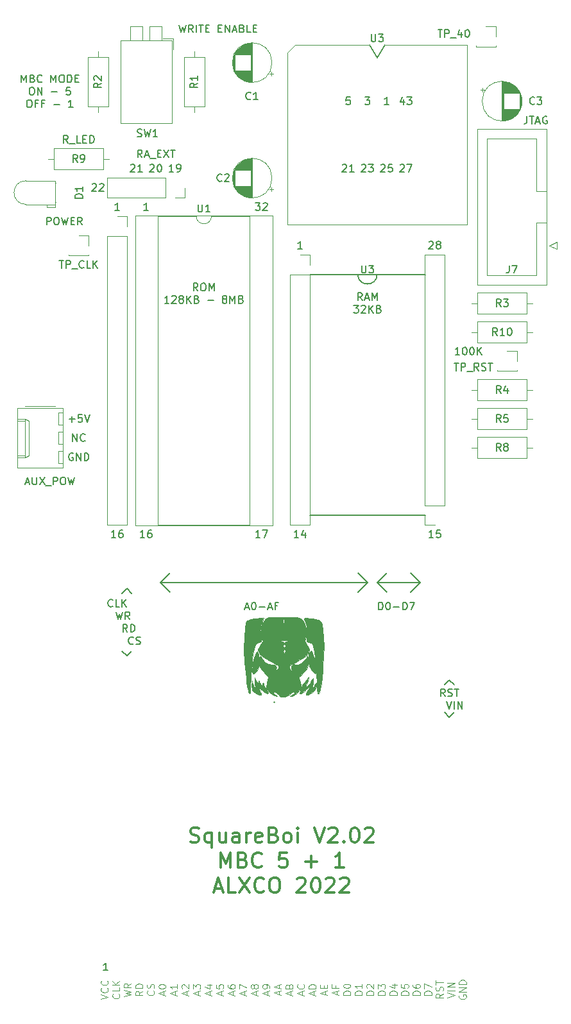
<source format=gbr>
G04 #@! TF.GenerationSoftware,KiCad,Pcbnew,(5.1.7)-1*
G04 #@! TF.CreationDate,2022-08-21T21:46:21-03:00*
G04 #@! TF.ProjectId,Squareboi2,53717561-7265-4626-9f69-322e6b696361,1*
G04 #@! TF.SameCoordinates,Original*
G04 #@! TF.FileFunction,Legend,Top*
G04 #@! TF.FilePolarity,Positive*
%FSLAX46Y46*%
G04 Gerber Fmt 4.6, Leading zero omitted, Abs format (unit mm)*
G04 Created by KiCad (PCBNEW (5.1.7)-1) date 2022-08-21 21:46:21*
%MOMM*%
%LPD*%
G01*
G04 APERTURE LIST*
%ADD10C,0.150000*%
%ADD11C,0.100000*%
%ADD12C,0.300000*%
%ADD13C,0.120000*%
%ADD14C,0.010000*%
G04 APERTURE END LIST*
D10*
X27154285Y-76652380D02*
X27154285Y-75652380D01*
X27725714Y-76652380D01*
X27725714Y-75652380D01*
X28773333Y-76557142D02*
X28725714Y-76604761D01*
X28582857Y-76652380D01*
X28487619Y-76652380D01*
X28344761Y-76604761D01*
X28249523Y-76509523D01*
X28201904Y-76414285D01*
X28154285Y-76223809D01*
X28154285Y-76080952D01*
X28201904Y-75890476D01*
X28249523Y-75795238D01*
X28344761Y-75700000D01*
X28487619Y-75652380D01*
X28582857Y-75652380D01*
X28725714Y-75700000D01*
X28773333Y-75747619D01*
X26511428Y-37282380D02*
X26178095Y-36806190D01*
X25940000Y-37282380D02*
X25940000Y-36282380D01*
X26320952Y-36282380D01*
X26416190Y-36330000D01*
X26463809Y-36377619D01*
X26511428Y-36472857D01*
X26511428Y-36615714D01*
X26463809Y-36710952D01*
X26416190Y-36758571D01*
X26320952Y-36806190D01*
X25940000Y-36806190D01*
X26701904Y-37377619D02*
X27463809Y-37377619D01*
X28178095Y-37282380D02*
X27701904Y-37282380D01*
X27701904Y-36282380D01*
X28511428Y-36758571D02*
X28844761Y-36758571D01*
X28987619Y-37282380D02*
X28511428Y-37282380D01*
X28511428Y-36282380D01*
X28987619Y-36282380D01*
X29416190Y-37282380D02*
X29416190Y-36282380D01*
X29654285Y-36282380D01*
X29797142Y-36330000D01*
X29892380Y-36425238D01*
X29940000Y-36520476D01*
X29987619Y-36710952D01*
X29987619Y-36853809D01*
X29940000Y-37044285D01*
X29892380Y-37139523D01*
X29797142Y-37234761D01*
X29654285Y-37282380D01*
X29416190Y-37282380D01*
X23725476Y-48077380D02*
X23725476Y-47077380D01*
X24106428Y-47077380D01*
X24201666Y-47125000D01*
X24249285Y-47172619D01*
X24296904Y-47267857D01*
X24296904Y-47410714D01*
X24249285Y-47505952D01*
X24201666Y-47553571D01*
X24106428Y-47601190D01*
X23725476Y-47601190D01*
X24915952Y-47077380D02*
X25106428Y-47077380D01*
X25201666Y-47125000D01*
X25296904Y-47220238D01*
X25344523Y-47410714D01*
X25344523Y-47744047D01*
X25296904Y-47934523D01*
X25201666Y-48029761D01*
X25106428Y-48077380D01*
X24915952Y-48077380D01*
X24820714Y-48029761D01*
X24725476Y-47934523D01*
X24677857Y-47744047D01*
X24677857Y-47410714D01*
X24725476Y-47220238D01*
X24820714Y-47125000D01*
X24915952Y-47077380D01*
X25677857Y-47077380D02*
X25915952Y-48077380D01*
X26106428Y-47363095D01*
X26296904Y-48077380D01*
X26535000Y-47077380D01*
X26915952Y-47553571D02*
X27249285Y-47553571D01*
X27392142Y-48077380D02*
X26915952Y-48077380D01*
X26915952Y-47077380D01*
X27392142Y-47077380D01*
X28392142Y-48077380D02*
X28058809Y-47601190D01*
X27820714Y-48077380D02*
X27820714Y-47077380D01*
X28201666Y-47077380D01*
X28296904Y-47125000D01*
X28344523Y-47172619D01*
X28392142Y-47267857D01*
X28392142Y-47410714D01*
X28344523Y-47505952D01*
X28296904Y-47553571D01*
X28201666Y-47601190D01*
X27820714Y-47601190D01*
X20368095Y-29282380D02*
X20368095Y-28282380D01*
X20701428Y-28996666D01*
X21034761Y-28282380D01*
X21034761Y-29282380D01*
X21844285Y-28758571D02*
X21987142Y-28806190D01*
X22034761Y-28853809D01*
X22082380Y-28949047D01*
X22082380Y-29091904D01*
X22034761Y-29187142D01*
X21987142Y-29234761D01*
X21891904Y-29282380D01*
X21510952Y-29282380D01*
X21510952Y-28282380D01*
X21844285Y-28282380D01*
X21939523Y-28330000D01*
X21987142Y-28377619D01*
X22034761Y-28472857D01*
X22034761Y-28568095D01*
X21987142Y-28663333D01*
X21939523Y-28710952D01*
X21844285Y-28758571D01*
X21510952Y-28758571D01*
X23082380Y-29187142D02*
X23034761Y-29234761D01*
X22891904Y-29282380D01*
X22796666Y-29282380D01*
X22653809Y-29234761D01*
X22558571Y-29139523D01*
X22510952Y-29044285D01*
X22463333Y-28853809D01*
X22463333Y-28710952D01*
X22510952Y-28520476D01*
X22558571Y-28425238D01*
X22653809Y-28330000D01*
X22796666Y-28282380D01*
X22891904Y-28282380D01*
X23034761Y-28330000D01*
X23082380Y-28377619D01*
X24272857Y-29282380D02*
X24272857Y-28282380D01*
X24606190Y-28996666D01*
X24939523Y-28282380D01*
X24939523Y-29282380D01*
X25606190Y-28282380D02*
X25796666Y-28282380D01*
X25891904Y-28330000D01*
X25987142Y-28425238D01*
X26034761Y-28615714D01*
X26034761Y-28949047D01*
X25987142Y-29139523D01*
X25891904Y-29234761D01*
X25796666Y-29282380D01*
X25606190Y-29282380D01*
X25510952Y-29234761D01*
X25415714Y-29139523D01*
X25368095Y-28949047D01*
X25368095Y-28615714D01*
X25415714Y-28425238D01*
X25510952Y-28330000D01*
X25606190Y-28282380D01*
X26463333Y-29282380D02*
X26463333Y-28282380D01*
X26701428Y-28282380D01*
X26844285Y-28330000D01*
X26939523Y-28425238D01*
X26987142Y-28520476D01*
X27034761Y-28710952D01*
X27034761Y-28853809D01*
X26987142Y-29044285D01*
X26939523Y-29139523D01*
X26844285Y-29234761D01*
X26701428Y-29282380D01*
X26463333Y-29282380D01*
X27463333Y-28758571D02*
X27796666Y-28758571D01*
X27939523Y-29282380D02*
X27463333Y-29282380D01*
X27463333Y-28282380D01*
X27939523Y-28282380D01*
X21653809Y-29932380D02*
X21844285Y-29932380D01*
X21939523Y-29980000D01*
X22034761Y-30075238D01*
X22082380Y-30265714D01*
X22082380Y-30599047D01*
X22034761Y-30789523D01*
X21939523Y-30884761D01*
X21844285Y-30932380D01*
X21653809Y-30932380D01*
X21558571Y-30884761D01*
X21463333Y-30789523D01*
X21415714Y-30599047D01*
X21415714Y-30265714D01*
X21463333Y-30075238D01*
X21558571Y-29980000D01*
X21653809Y-29932380D01*
X22510952Y-30932380D02*
X22510952Y-29932380D01*
X23082380Y-30932380D01*
X23082380Y-29932380D01*
X24320476Y-30551428D02*
X25082380Y-30551428D01*
X26796666Y-29932380D02*
X26320476Y-29932380D01*
X26272857Y-30408571D01*
X26320476Y-30360952D01*
X26415714Y-30313333D01*
X26653809Y-30313333D01*
X26749047Y-30360952D01*
X26796666Y-30408571D01*
X26844285Y-30503809D01*
X26844285Y-30741904D01*
X26796666Y-30837142D01*
X26749047Y-30884761D01*
X26653809Y-30932380D01*
X26415714Y-30932380D01*
X26320476Y-30884761D01*
X26272857Y-30837142D01*
X21320476Y-31582380D02*
X21510952Y-31582380D01*
X21606190Y-31630000D01*
X21701428Y-31725238D01*
X21749047Y-31915714D01*
X21749047Y-32249047D01*
X21701428Y-32439523D01*
X21606190Y-32534761D01*
X21510952Y-32582380D01*
X21320476Y-32582380D01*
X21225238Y-32534761D01*
X21130000Y-32439523D01*
X21082380Y-32249047D01*
X21082380Y-31915714D01*
X21130000Y-31725238D01*
X21225238Y-31630000D01*
X21320476Y-31582380D01*
X22510952Y-32058571D02*
X22177619Y-32058571D01*
X22177619Y-32582380D02*
X22177619Y-31582380D01*
X22653809Y-31582380D01*
X23368095Y-32058571D02*
X23034761Y-32058571D01*
X23034761Y-32582380D02*
X23034761Y-31582380D01*
X23510952Y-31582380D01*
X24653809Y-32201428D02*
X25415714Y-32201428D01*
X27177619Y-32582380D02*
X26606190Y-32582380D01*
X26891904Y-32582380D02*
X26891904Y-31582380D01*
X26796666Y-31725238D01*
X26701428Y-31820476D01*
X26606190Y-31868095D01*
X41212142Y-21677380D02*
X41450238Y-22677380D01*
X41640714Y-21963095D01*
X41831190Y-22677380D01*
X42069285Y-21677380D01*
X43021666Y-22677380D02*
X42688333Y-22201190D01*
X42450238Y-22677380D02*
X42450238Y-21677380D01*
X42831190Y-21677380D01*
X42926428Y-21725000D01*
X42974047Y-21772619D01*
X43021666Y-21867857D01*
X43021666Y-22010714D01*
X42974047Y-22105952D01*
X42926428Y-22153571D01*
X42831190Y-22201190D01*
X42450238Y-22201190D01*
X43450238Y-22677380D02*
X43450238Y-21677380D01*
X43783571Y-21677380D02*
X44355000Y-21677380D01*
X44069285Y-22677380D02*
X44069285Y-21677380D01*
X44688333Y-22153571D02*
X45021666Y-22153571D01*
X45164523Y-22677380D02*
X44688333Y-22677380D01*
X44688333Y-21677380D01*
X45164523Y-21677380D01*
X46355000Y-22153571D02*
X46688333Y-22153571D01*
X46831190Y-22677380D02*
X46355000Y-22677380D01*
X46355000Y-21677380D01*
X46831190Y-21677380D01*
X47259761Y-22677380D02*
X47259761Y-21677380D01*
X47831190Y-22677380D01*
X47831190Y-21677380D01*
X48259761Y-22391666D02*
X48735952Y-22391666D01*
X48164523Y-22677380D02*
X48497857Y-21677380D01*
X48831190Y-22677380D01*
X49497857Y-22153571D02*
X49640714Y-22201190D01*
X49688333Y-22248809D01*
X49735952Y-22344047D01*
X49735952Y-22486904D01*
X49688333Y-22582142D01*
X49640714Y-22629761D01*
X49545476Y-22677380D01*
X49164523Y-22677380D01*
X49164523Y-21677380D01*
X49497857Y-21677380D01*
X49593095Y-21725000D01*
X49640714Y-21772619D01*
X49688333Y-21867857D01*
X49688333Y-21963095D01*
X49640714Y-22058333D01*
X49593095Y-22105952D01*
X49497857Y-22153571D01*
X49164523Y-22153571D01*
X50640714Y-22677380D02*
X50164523Y-22677380D01*
X50164523Y-21677380D01*
X50974047Y-22153571D02*
X51307380Y-22153571D01*
X51450238Y-22677380D02*
X50974047Y-22677380D01*
X50974047Y-21677380D01*
X51450238Y-21677380D01*
X27178095Y-78240000D02*
X27082857Y-78192380D01*
X26940000Y-78192380D01*
X26797142Y-78240000D01*
X26701904Y-78335238D01*
X26654285Y-78430476D01*
X26606666Y-78620952D01*
X26606666Y-78763809D01*
X26654285Y-78954285D01*
X26701904Y-79049523D01*
X26797142Y-79144761D01*
X26940000Y-79192380D01*
X27035238Y-79192380D01*
X27178095Y-79144761D01*
X27225714Y-79097142D01*
X27225714Y-78763809D01*
X27035238Y-78763809D01*
X27654285Y-79192380D02*
X27654285Y-78192380D01*
X28225714Y-79192380D01*
X28225714Y-78192380D01*
X28701904Y-79192380D02*
X28701904Y-78192380D01*
X28940000Y-78192380D01*
X29082857Y-78240000D01*
X29178095Y-78335238D01*
X29225714Y-78430476D01*
X29273333Y-78620952D01*
X29273333Y-78763809D01*
X29225714Y-78954285D01*
X29178095Y-79049523D01*
X29082857Y-79144761D01*
X28940000Y-79192380D01*
X28701904Y-79192380D01*
X26654285Y-73731428D02*
X27416190Y-73731428D01*
X27035238Y-74112380D02*
X27035238Y-73350476D01*
X28368571Y-73112380D02*
X27892380Y-73112380D01*
X27844761Y-73588571D01*
X27892380Y-73540952D01*
X27987619Y-73493333D01*
X28225714Y-73493333D01*
X28320952Y-73540952D01*
X28368571Y-73588571D01*
X28416190Y-73683809D01*
X28416190Y-73921904D01*
X28368571Y-74017142D01*
X28320952Y-74064761D01*
X28225714Y-74112380D01*
X27987619Y-74112380D01*
X27892380Y-74064761D01*
X27844761Y-74017142D01*
X28701904Y-73112380D02*
X29035238Y-74112380D01*
X29368571Y-73112380D01*
X20915714Y-82081666D02*
X21391904Y-82081666D01*
X20820476Y-82367380D02*
X21153809Y-81367380D01*
X21487142Y-82367380D01*
X21820476Y-81367380D02*
X21820476Y-82176904D01*
X21868095Y-82272142D01*
X21915714Y-82319761D01*
X22010952Y-82367380D01*
X22201428Y-82367380D01*
X22296666Y-82319761D01*
X22344285Y-82272142D01*
X22391904Y-82176904D01*
X22391904Y-81367380D01*
X22772857Y-81367380D02*
X23439523Y-82367380D01*
X23439523Y-81367380D02*
X22772857Y-82367380D01*
X23582380Y-82462619D02*
X24344285Y-82462619D01*
X24582380Y-82367380D02*
X24582380Y-81367380D01*
X24963333Y-81367380D01*
X25058571Y-81415000D01*
X25106190Y-81462619D01*
X25153809Y-81557857D01*
X25153809Y-81700714D01*
X25106190Y-81795952D01*
X25058571Y-81843571D01*
X24963333Y-81891190D01*
X24582380Y-81891190D01*
X25772857Y-81367380D02*
X25963333Y-81367380D01*
X26058571Y-81415000D01*
X26153809Y-81510238D01*
X26201428Y-81700714D01*
X26201428Y-82034047D01*
X26153809Y-82224523D01*
X26058571Y-82319761D01*
X25963333Y-82367380D01*
X25772857Y-82367380D01*
X25677619Y-82319761D01*
X25582380Y-82224523D01*
X25534761Y-82034047D01*
X25534761Y-81700714D01*
X25582380Y-81510238D01*
X25677619Y-81415000D01*
X25772857Y-81367380D01*
X26534761Y-81367380D02*
X26772857Y-82367380D01*
X26963333Y-81653095D01*
X27153809Y-82367380D01*
X27391904Y-81367380D01*
X75350952Y-22312380D02*
X75922380Y-22312380D01*
X75636666Y-23312380D02*
X75636666Y-22312380D01*
X76255714Y-23312380D02*
X76255714Y-22312380D01*
X76636666Y-22312380D01*
X76731904Y-22360000D01*
X76779523Y-22407619D01*
X76827142Y-22502857D01*
X76827142Y-22645714D01*
X76779523Y-22740952D01*
X76731904Y-22788571D01*
X76636666Y-22836190D01*
X76255714Y-22836190D01*
X77017619Y-23407619D02*
X77779523Y-23407619D01*
X78446190Y-22645714D02*
X78446190Y-23312380D01*
X78208095Y-22264761D02*
X77970000Y-22979047D01*
X78589047Y-22979047D01*
X79160476Y-22312380D02*
X79255714Y-22312380D01*
X79350952Y-22360000D01*
X79398571Y-22407619D01*
X79446190Y-22502857D01*
X79493809Y-22693333D01*
X79493809Y-22931428D01*
X79446190Y-23121904D01*
X79398571Y-23217142D01*
X79350952Y-23264761D01*
X79255714Y-23312380D01*
X79160476Y-23312380D01*
X79065238Y-23264761D01*
X79017619Y-23217142D01*
X78970000Y-23121904D01*
X78922380Y-22931428D01*
X78922380Y-22693333D01*
X78970000Y-22502857D01*
X79017619Y-22407619D01*
X79065238Y-22360000D01*
X79160476Y-22312380D01*
X25368571Y-52792380D02*
X25940000Y-52792380D01*
X25654285Y-53792380D02*
X25654285Y-52792380D01*
X26273333Y-53792380D02*
X26273333Y-52792380D01*
X26654285Y-52792380D01*
X26749523Y-52840000D01*
X26797142Y-52887619D01*
X26844761Y-52982857D01*
X26844761Y-53125714D01*
X26797142Y-53220952D01*
X26749523Y-53268571D01*
X26654285Y-53316190D01*
X26273333Y-53316190D01*
X27035238Y-53887619D02*
X27797142Y-53887619D01*
X28606666Y-53697142D02*
X28559047Y-53744761D01*
X28416190Y-53792380D01*
X28320952Y-53792380D01*
X28178095Y-53744761D01*
X28082857Y-53649523D01*
X28035238Y-53554285D01*
X27987619Y-53363809D01*
X27987619Y-53220952D01*
X28035238Y-53030476D01*
X28082857Y-52935238D01*
X28178095Y-52840000D01*
X28320952Y-52792380D01*
X28416190Y-52792380D01*
X28559047Y-52840000D01*
X28606666Y-52887619D01*
X29511428Y-53792380D02*
X29035238Y-53792380D01*
X29035238Y-52792380D01*
X29844761Y-53792380D02*
X29844761Y-52792380D01*
X30416190Y-53792380D02*
X29987619Y-53220952D01*
X30416190Y-52792380D02*
X29844761Y-53363809D01*
X36290476Y-39187380D02*
X35957142Y-38711190D01*
X35719047Y-39187380D02*
X35719047Y-38187380D01*
X36100000Y-38187380D01*
X36195238Y-38235000D01*
X36242857Y-38282619D01*
X36290476Y-38377857D01*
X36290476Y-38520714D01*
X36242857Y-38615952D01*
X36195238Y-38663571D01*
X36100000Y-38711190D01*
X35719047Y-38711190D01*
X36671428Y-38901666D02*
X37147619Y-38901666D01*
X36576190Y-39187380D02*
X36909523Y-38187380D01*
X37242857Y-39187380D01*
X37338095Y-39282619D02*
X38100000Y-39282619D01*
X38338095Y-38663571D02*
X38671428Y-38663571D01*
X38814285Y-39187380D02*
X38338095Y-39187380D01*
X38338095Y-38187380D01*
X38814285Y-38187380D01*
X39147619Y-38187380D02*
X39814285Y-39187380D01*
X39814285Y-38187380D02*
X39147619Y-39187380D01*
X40052380Y-38187380D02*
X40623809Y-38187380D01*
X40338095Y-39187380D02*
X40338095Y-38187380D01*
X29718095Y-42727619D02*
X29765714Y-42680000D01*
X29860952Y-42632380D01*
X30099047Y-42632380D01*
X30194285Y-42680000D01*
X30241904Y-42727619D01*
X30289523Y-42822857D01*
X30289523Y-42918095D01*
X30241904Y-43060952D01*
X29670476Y-43632380D01*
X30289523Y-43632380D01*
X30670476Y-42727619D02*
X30718095Y-42680000D01*
X30813333Y-42632380D01*
X31051428Y-42632380D01*
X31146666Y-42680000D01*
X31194285Y-42727619D01*
X31241904Y-42822857D01*
X31241904Y-42918095D01*
X31194285Y-43060952D01*
X30622857Y-43632380D01*
X31241904Y-43632380D01*
X34798095Y-40187619D02*
X34845714Y-40140000D01*
X34940952Y-40092380D01*
X35179047Y-40092380D01*
X35274285Y-40140000D01*
X35321904Y-40187619D01*
X35369523Y-40282857D01*
X35369523Y-40378095D01*
X35321904Y-40520952D01*
X34750476Y-41092380D01*
X35369523Y-41092380D01*
X36321904Y-41092380D02*
X35750476Y-41092380D01*
X36036190Y-41092380D02*
X36036190Y-40092380D01*
X35940952Y-40235238D01*
X35845714Y-40330476D01*
X35750476Y-40378095D01*
X37338095Y-40187619D02*
X37385714Y-40140000D01*
X37480952Y-40092380D01*
X37719047Y-40092380D01*
X37814285Y-40140000D01*
X37861904Y-40187619D01*
X37909523Y-40282857D01*
X37909523Y-40378095D01*
X37861904Y-40520952D01*
X37290476Y-41092380D01*
X37909523Y-41092380D01*
X38528571Y-40092380D02*
X38623809Y-40092380D01*
X38719047Y-40140000D01*
X38766666Y-40187619D01*
X38814285Y-40282857D01*
X38861904Y-40473333D01*
X38861904Y-40711428D01*
X38814285Y-40901904D01*
X38766666Y-40997142D01*
X38719047Y-41044761D01*
X38623809Y-41092380D01*
X38528571Y-41092380D01*
X38433333Y-41044761D01*
X38385714Y-40997142D01*
X38338095Y-40901904D01*
X38290476Y-40711428D01*
X38290476Y-40473333D01*
X38338095Y-40282857D01*
X38385714Y-40187619D01*
X38433333Y-40140000D01*
X38528571Y-40092380D01*
X40449523Y-41092380D02*
X39878095Y-41092380D01*
X40163809Y-41092380D02*
X40163809Y-40092380D01*
X40068571Y-40235238D01*
X39973333Y-40330476D01*
X39878095Y-40378095D01*
X40925714Y-41092380D02*
X41116190Y-41092380D01*
X41211428Y-41044761D01*
X41259047Y-40997142D01*
X41354285Y-40854285D01*
X41401904Y-40663809D01*
X41401904Y-40282857D01*
X41354285Y-40187619D01*
X41306666Y-40140000D01*
X41211428Y-40092380D01*
X41020952Y-40092380D01*
X40925714Y-40140000D01*
X40878095Y-40187619D01*
X40830476Y-40282857D01*
X40830476Y-40520952D01*
X40878095Y-40616190D01*
X40925714Y-40663809D01*
X41020952Y-40711428D01*
X41211428Y-40711428D01*
X41306666Y-40663809D01*
X41354285Y-40616190D01*
X41401904Y-40520952D01*
X65349523Y-58047380D02*
X65016190Y-57571190D01*
X64778095Y-58047380D02*
X64778095Y-57047380D01*
X65159047Y-57047380D01*
X65254285Y-57095000D01*
X65301904Y-57142619D01*
X65349523Y-57237857D01*
X65349523Y-57380714D01*
X65301904Y-57475952D01*
X65254285Y-57523571D01*
X65159047Y-57571190D01*
X64778095Y-57571190D01*
X65730476Y-57761666D02*
X66206666Y-57761666D01*
X65635238Y-58047380D02*
X65968571Y-57047380D01*
X66301904Y-58047380D01*
X66635238Y-58047380D02*
X66635238Y-57047380D01*
X66968571Y-57761666D01*
X67301904Y-57047380D01*
X67301904Y-58047380D01*
X64230476Y-58697380D02*
X64849523Y-58697380D01*
X64516190Y-59078333D01*
X64659047Y-59078333D01*
X64754285Y-59125952D01*
X64801904Y-59173571D01*
X64849523Y-59268809D01*
X64849523Y-59506904D01*
X64801904Y-59602142D01*
X64754285Y-59649761D01*
X64659047Y-59697380D01*
X64373333Y-59697380D01*
X64278095Y-59649761D01*
X64230476Y-59602142D01*
X65230476Y-58792619D02*
X65278095Y-58745000D01*
X65373333Y-58697380D01*
X65611428Y-58697380D01*
X65706666Y-58745000D01*
X65754285Y-58792619D01*
X65801904Y-58887857D01*
X65801904Y-58983095D01*
X65754285Y-59125952D01*
X65182857Y-59697380D01*
X65801904Y-59697380D01*
X66230476Y-59697380D02*
X66230476Y-58697380D01*
X66801904Y-59697380D02*
X66373333Y-59125952D01*
X66801904Y-58697380D02*
X66230476Y-59268809D01*
X67563809Y-59173571D02*
X67706666Y-59221190D01*
X67754285Y-59268809D01*
X67801904Y-59364047D01*
X67801904Y-59506904D01*
X67754285Y-59602142D01*
X67706666Y-59649761D01*
X67611428Y-59697380D01*
X67230476Y-59697380D01*
X67230476Y-58697380D01*
X67563809Y-58697380D01*
X67659047Y-58745000D01*
X67706666Y-58792619D01*
X67754285Y-58887857D01*
X67754285Y-58983095D01*
X67706666Y-59078333D01*
X67659047Y-59125952D01*
X67563809Y-59173571D01*
X67230476Y-59173571D01*
X43664285Y-56777380D02*
X43330952Y-56301190D01*
X43092857Y-56777380D02*
X43092857Y-55777380D01*
X43473809Y-55777380D01*
X43569047Y-55825000D01*
X43616666Y-55872619D01*
X43664285Y-55967857D01*
X43664285Y-56110714D01*
X43616666Y-56205952D01*
X43569047Y-56253571D01*
X43473809Y-56301190D01*
X43092857Y-56301190D01*
X44283333Y-55777380D02*
X44473809Y-55777380D01*
X44569047Y-55825000D01*
X44664285Y-55920238D01*
X44711904Y-56110714D01*
X44711904Y-56444047D01*
X44664285Y-56634523D01*
X44569047Y-56729761D01*
X44473809Y-56777380D01*
X44283333Y-56777380D01*
X44188095Y-56729761D01*
X44092857Y-56634523D01*
X44045238Y-56444047D01*
X44045238Y-56110714D01*
X44092857Y-55920238D01*
X44188095Y-55825000D01*
X44283333Y-55777380D01*
X45140476Y-56777380D02*
X45140476Y-55777380D01*
X45473809Y-56491666D01*
X45807142Y-55777380D01*
X45807142Y-56777380D01*
X39854761Y-58427380D02*
X39283333Y-58427380D01*
X39569047Y-58427380D02*
X39569047Y-57427380D01*
X39473809Y-57570238D01*
X39378571Y-57665476D01*
X39283333Y-57713095D01*
X40235714Y-57522619D02*
X40283333Y-57475000D01*
X40378571Y-57427380D01*
X40616666Y-57427380D01*
X40711904Y-57475000D01*
X40759523Y-57522619D01*
X40807142Y-57617857D01*
X40807142Y-57713095D01*
X40759523Y-57855952D01*
X40188095Y-58427380D01*
X40807142Y-58427380D01*
X41378571Y-57855952D02*
X41283333Y-57808333D01*
X41235714Y-57760714D01*
X41188095Y-57665476D01*
X41188095Y-57617857D01*
X41235714Y-57522619D01*
X41283333Y-57475000D01*
X41378571Y-57427380D01*
X41569047Y-57427380D01*
X41664285Y-57475000D01*
X41711904Y-57522619D01*
X41759523Y-57617857D01*
X41759523Y-57665476D01*
X41711904Y-57760714D01*
X41664285Y-57808333D01*
X41569047Y-57855952D01*
X41378571Y-57855952D01*
X41283333Y-57903571D01*
X41235714Y-57951190D01*
X41188095Y-58046428D01*
X41188095Y-58236904D01*
X41235714Y-58332142D01*
X41283333Y-58379761D01*
X41378571Y-58427380D01*
X41569047Y-58427380D01*
X41664285Y-58379761D01*
X41711904Y-58332142D01*
X41759523Y-58236904D01*
X41759523Y-58046428D01*
X41711904Y-57951190D01*
X41664285Y-57903571D01*
X41569047Y-57855952D01*
X42188095Y-58427380D02*
X42188095Y-57427380D01*
X42759523Y-58427380D02*
X42330952Y-57855952D01*
X42759523Y-57427380D02*
X42188095Y-57998809D01*
X43521428Y-57903571D02*
X43664285Y-57951190D01*
X43711904Y-57998809D01*
X43759523Y-58094047D01*
X43759523Y-58236904D01*
X43711904Y-58332142D01*
X43664285Y-58379761D01*
X43569047Y-58427380D01*
X43188095Y-58427380D01*
X43188095Y-57427380D01*
X43521428Y-57427380D01*
X43616666Y-57475000D01*
X43664285Y-57522619D01*
X43711904Y-57617857D01*
X43711904Y-57713095D01*
X43664285Y-57808333D01*
X43616666Y-57855952D01*
X43521428Y-57903571D01*
X43188095Y-57903571D01*
X44950000Y-58046428D02*
X45711904Y-58046428D01*
X47092857Y-57855952D02*
X46997619Y-57808333D01*
X46950000Y-57760714D01*
X46902380Y-57665476D01*
X46902380Y-57617857D01*
X46950000Y-57522619D01*
X46997619Y-57475000D01*
X47092857Y-57427380D01*
X47283333Y-57427380D01*
X47378571Y-57475000D01*
X47426190Y-57522619D01*
X47473809Y-57617857D01*
X47473809Y-57665476D01*
X47426190Y-57760714D01*
X47378571Y-57808333D01*
X47283333Y-57855952D01*
X47092857Y-57855952D01*
X46997619Y-57903571D01*
X46950000Y-57951190D01*
X46902380Y-58046428D01*
X46902380Y-58236904D01*
X46950000Y-58332142D01*
X46997619Y-58379761D01*
X47092857Y-58427380D01*
X47283333Y-58427380D01*
X47378571Y-58379761D01*
X47426190Y-58332142D01*
X47473809Y-58236904D01*
X47473809Y-58046428D01*
X47426190Y-57951190D01*
X47378571Y-57903571D01*
X47283333Y-57855952D01*
X47902380Y-58427380D02*
X47902380Y-57427380D01*
X48235714Y-58141666D01*
X48569047Y-57427380D01*
X48569047Y-58427380D01*
X49378571Y-57903571D02*
X49521428Y-57951190D01*
X49569047Y-57998809D01*
X49616666Y-58094047D01*
X49616666Y-58236904D01*
X49569047Y-58332142D01*
X49521428Y-58379761D01*
X49426190Y-58427380D01*
X49045238Y-58427380D01*
X49045238Y-57427380D01*
X49378571Y-57427380D01*
X49473809Y-57475000D01*
X49521428Y-57522619D01*
X49569047Y-57617857D01*
X49569047Y-57713095D01*
X49521428Y-57808333D01*
X49473809Y-57855952D01*
X49378571Y-57903571D01*
X49045238Y-57903571D01*
X87098333Y-33742380D02*
X87098333Y-34456666D01*
X87050714Y-34599523D01*
X86955476Y-34694761D01*
X86812619Y-34742380D01*
X86717380Y-34742380D01*
X87431666Y-33742380D02*
X88003095Y-33742380D01*
X87717380Y-34742380D02*
X87717380Y-33742380D01*
X88288809Y-34456666D02*
X88765000Y-34456666D01*
X88193571Y-34742380D02*
X88526904Y-33742380D01*
X88860238Y-34742380D01*
X89717380Y-33790000D02*
X89622142Y-33742380D01*
X89479285Y-33742380D01*
X89336428Y-33790000D01*
X89241190Y-33885238D01*
X89193571Y-33980476D01*
X89145952Y-34170952D01*
X89145952Y-34313809D01*
X89193571Y-34504285D01*
X89241190Y-34599523D01*
X89336428Y-34694761D01*
X89479285Y-34742380D01*
X89574523Y-34742380D01*
X89717380Y-34694761D01*
X89765000Y-34647142D01*
X89765000Y-34313809D01*
X89574523Y-34313809D01*
X32829523Y-89352380D02*
X32258095Y-89352380D01*
X32543809Y-89352380D02*
X32543809Y-88352380D01*
X32448571Y-88495238D01*
X32353333Y-88590476D01*
X32258095Y-88638095D01*
X33686666Y-88352380D02*
X33496190Y-88352380D01*
X33400952Y-88400000D01*
X33353333Y-88447619D01*
X33258095Y-88590476D01*
X33210476Y-88780952D01*
X33210476Y-89161904D01*
X33258095Y-89257142D01*
X33305714Y-89304761D01*
X33400952Y-89352380D01*
X33591428Y-89352380D01*
X33686666Y-89304761D01*
X33734285Y-89257142D01*
X33781904Y-89161904D01*
X33781904Y-88923809D01*
X33734285Y-88828571D01*
X33686666Y-88780952D01*
X33591428Y-88733333D01*
X33400952Y-88733333D01*
X33305714Y-88780952D01*
X33258095Y-88828571D01*
X33210476Y-88923809D01*
X33305714Y-46172380D02*
X32734285Y-46172380D01*
X33020000Y-46172380D02*
X33020000Y-45172380D01*
X32924761Y-45315238D01*
X32829523Y-45410476D01*
X32734285Y-45458095D01*
X73025000Y-95250000D02*
X71755000Y-96520000D01*
X67310000Y-95250000D02*
X68580000Y-96520000D01*
X66040000Y-95250000D02*
X64770000Y-96520000D01*
X36639523Y-89352380D02*
X36068095Y-89352380D01*
X36353809Y-89352380D02*
X36353809Y-88352380D01*
X36258571Y-88495238D01*
X36163333Y-88590476D01*
X36068095Y-88638095D01*
X37496666Y-88352380D02*
X37306190Y-88352380D01*
X37210952Y-88400000D01*
X37163333Y-88447619D01*
X37068095Y-88590476D01*
X37020476Y-88780952D01*
X37020476Y-89161904D01*
X37068095Y-89257142D01*
X37115714Y-89304761D01*
X37210952Y-89352380D01*
X37401428Y-89352380D01*
X37496666Y-89304761D01*
X37544285Y-89257142D01*
X37591904Y-89161904D01*
X37591904Y-88923809D01*
X37544285Y-88828571D01*
X37496666Y-88780952D01*
X37401428Y-88733333D01*
X37210952Y-88733333D01*
X37115714Y-88780952D01*
X37068095Y-88828571D01*
X37020476Y-88923809D01*
X53700000Y-111000000D02*
X53800000Y-111100000D01*
X31785714Y-146452380D02*
X31214285Y-146452380D01*
X31500000Y-146452380D02*
X31500000Y-145452380D01*
X31404761Y-145595238D01*
X31309523Y-145690476D01*
X31214285Y-145738095D01*
X67310000Y-26035000D02*
X68310000Y-24345000D01*
X66310000Y-24345000D02*
X67310000Y-26035000D01*
D11*
X30842261Y-150266666D02*
X31792261Y-149950000D01*
X30842261Y-149633333D01*
X31701785Y-148773809D02*
X31747023Y-148819047D01*
X31792261Y-148954761D01*
X31792261Y-149045238D01*
X31747023Y-149180952D01*
X31656547Y-149271428D01*
X31566071Y-149316666D01*
X31385119Y-149361904D01*
X31249404Y-149361904D01*
X31068452Y-149316666D01*
X30977976Y-149271428D01*
X30887500Y-149180952D01*
X30842261Y-149045238D01*
X30842261Y-148954761D01*
X30887500Y-148819047D01*
X30932738Y-148773809D01*
X31701785Y-147823809D02*
X31747023Y-147869047D01*
X31792261Y-148004761D01*
X31792261Y-148095238D01*
X31747023Y-148230952D01*
X31656547Y-148321428D01*
X31566071Y-148366666D01*
X31385119Y-148411904D01*
X31249404Y-148411904D01*
X31068452Y-148366666D01*
X30977976Y-148321428D01*
X30887500Y-148230952D01*
X30842261Y-148095238D01*
X30842261Y-148004761D01*
X30887500Y-147869047D01*
X30932738Y-147823809D01*
X33226785Y-149565476D02*
X33272023Y-149610714D01*
X33317261Y-149746428D01*
X33317261Y-149836904D01*
X33272023Y-149972619D01*
X33181547Y-150063095D01*
X33091071Y-150108333D01*
X32910119Y-150153571D01*
X32774404Y-150153571D01*
X32593452Y-150108333D01*
X32502976Y-150063095D01*
X32412500Y-149972619D01*
X32367261Y-149836904D01*
X32367261Y-149746428D01*
X32412500Y-149610714D01*
X32457738Y-149565476D01*
X33317261Y-148705952D02*
X33317261Y-149158333D01*
X32367261Y-149158333D01*
X33317261Y-148389285D02*
X32367261Y-148389285D01*
X33317261Y-147846428D02*
X32774404Y-148253571D01*
X32367261Y-147846428D02*
X32910119Y-148389285D01*
X33892261Y-149882142D02*
X34842261Y-149655952D01*
X34163690Y-149475000D01*
X34842261Y-149294047D01*
X33892261Y-149067857D01*
X34842261Y-148163095D02*
X34389880Y-148479761D01*
X34842261Y-148705952D02*
X33892261Y-148705952D01*
X33892261Y-148344047D01*
X33937500Y-148253571D01*
X33982738Y-148208333D01*
X34073214Y-148163095D01*
X34208928Y-148163095D01*
X34299404Y-148208333D01*
X34344642Y-148253571D01*
X34389880Y-148344047D01*
X34389880Y-148705952D01*
X36367261Y-149180952D02*
X35914880Y-149497619D01*
X36367261Y-149723809D02*
X35417261Y-149723809D01*
X35417261Y-149361904D01*
X35462500Y-149271428D01*
X35507738Y-149226190D01*
X35598214Y-149180952D01*
X35733928Y-149180952D01*
X35824404Y-149226190D01*
X35869642Y-149271428D01*
X35914880Y-149361904D01*
X35914880Y-149723809D01*
X36367261Y-148773809D02*
X35417261Y-148773809D01*
X35417261Y-148547619D01*
X35462500Y-148411904D01*
X35552976Y-148321428D01*
X35643452Y-148276190D01*
X35824404Y-148230952D01*
X35960119Y-148230952D01*
X36141071Y-148276190D01*
X36231547Y-148321428D01*
X36322023Y-148411904D01*
X36367261Y-148547619D01*
X36367261Y-148773809D01*
X37801785Y-149158333D02*
X37847023Y-149203571D01*
X37892261Y-149339285D01*
X37892261Y-149429761D01*
X37847023Y-149565476D01*
X37756547Y-149655952D01*
X37666071Y-149701190D01*
X37485119Y-149746428D01*
X37349404Y-149746428D01*
X37168452Y-149701190D01*
X37077976Y-149655952D01*
X36987500Y-149565476D01*
X36942261Y-149429761D01*
X36942261Y-149339285D01*
X36987500Y-149203571D01*
X37032738Y-149158333D01*
X37847023Y-148796428D02*
X37892261Y-148660714D01*
X37892261Y-148434523D01*
X37847023Y-148344047D01*
X37801785Y-148298809D01*
X37711309Y-148253571D01*
X37620833Y-148253571D01*
X37530357Y-148298809D01*
X37485119Y-148344047D01*
X37439880Y-148434523D01*
X37394642Y-148615476D01*
X37349404Y-148705952D01*
X37304166Y-148751190D01*
X37213690Y-148796428D01*
X37123214Y-148796428D01*
X37032738Y-148751190D01*
X36987500Y-148705952D01*
X36942261Y-148615476D01*
X36942261Y-148389285D01*
X36987500Y-148253571D01*
X39145833Y-149678571D02*
X39145833Y-149226190D01*
X39417261Y-149769047D02*
X38467261Y-149452380D01*
X39417261Y-149135714D01*
X38467261Y-148638095D02*
X38467261Y-148547619D01*
X38512500Y-148457142D01*
X38557738Y-148411904D01*
X38648214Y-148366666D01*
X38829166Y-148321428D01*
X39055357Y-148321428D01*
X39236309Y-148366666D01*
X39326785Y-148411904D01*
X39372023Y-148457142D01*
X39417261Y-148547619D01*
X39417261Y-148638095D01*
X39372023Y-148728571D01*
X39326785Y-148773809D01*
X39236309Y-148819047D01*
X39055357Y-148864285D01*
X38829166Y-148864285D01*
X38648214Y-148819047D01*
X38557738Y-148773809D01*
X38512500Y-148728571D01*
X38467261Y-148638095D01*
X40670833Y-149678571D02*
X40670833Y-149226190D01*
X40942261Y-149769047D02*
X39992261Y-149452380D01*
X40942261Y-149135714D01*
X40942261Y-148321428D02*
X40942261Y-148864285D01*
X40942261Y-148592857D02*
X39992261Y-148592857D01*
X40127976Y-148683333D01*
X40218452Y-148773809D01*
X40263690Y-148864285D01*
X42195833Y-149678571D02*
X42195833Y-149226190D01*
X42467261Y-149769047D02*
X41517261Y-149452380D01*
X42467261Y-149135714D01*
X41607738Y-148864285D02*
X41562500Y-148819047D01*
X41517261Y-148728571D01*
X41517261Y-148502380D01*
X41562500Y-148411904D01*
X41607738Y-148366666D01*
X41698214Y-148321428D01*
X41788690Y-148321428D01*
X41924404Y-148366666D01*
X42467261Y-148909523D01*
X42467261Y-148321428D01*
X43720833Y-149678571D02*
X43720833Y-149226190D01*
X43992261Y-149769047D02*
X43042261Y-149452380D01*
X43992261Y-149135714D01*
X43042261Y-148909523D02*
X43042261Y-148321428D01*
X43404166Y-148638095D01*
X43404166Y-148502380D01*
X43449404Y-148411904D01*
X43494642Y-148366666D01*
X43585119Y-148321428D01*
X43811309Y-148321428D01*
X43901785Y-148366666D01*
X43947023Y-148411904D01*
X43992261Y-148502380D01*
X43992261Y-148773809D01*
X43947023Y-148864285D01*
X43901785Y-148909523D01*
X45245833Y-149678571D02*
X45245833Y-149226190D01*
X45517261Y-149769047D02*
X44567261Y-149452380D01*
X45517261Y-149135714D01*
X44883928Y-148411904D02*
X45517261Y-148411904D01*
X44522023Y-148638095D02*
X45200595Y-148864285D01*
X45200595Y-148276190D01*
X46770833Y-149678571D02*
X46770833Y-149226190D01*
X47042261Y-149769047D02*
X46092261Y-149452380D01*
X47042261Y-149135714D01*
X46092261Y-148366666D02*
X46092261Y-148819047D01*
X46544642Y-148864285D01*
X46499404Y-148819047D01*
X46454166Y-148728571D01*
X46454166Y-148502380D01*
X46499404Y-148411904D01*
X46544642Y-148366666D01*
X46635119Y-148321428D01*
X46861309Y-148321428D01*
X46951785Y-148366666D01*
X46997023Y-148411904D01*
X47042261Y-148502380D01*
X47042261Y-148728571D01*
X46997023Y-148819047D01*
X46951785Y-148864285D01*
X48295833Y-149678571D02*
X48295833Y-149226190D01*
X48567261Y-149769047D02*
X47617261Y-149452380D01*
X48567261Y-149135714D01*
X47617261Y-148411904D02*
X47617261Y-148592857D01*
X47662500Y-148683333D01*
X47707738Y-148728571D01*
X47843452Y-148819047D01*
X48024404Y-148864285D01*
X48386309Y-148864285D01*
X48476785Y-148819047D01*
X48522023Y-148773809D01*
X48567261Y-148683333D01*
X48567261Y-148502380D01*
X48522023Y-148411904D01*
X48476785Y-148366666D01*
X48386309Y-148321428D01*
X48160119Y-148321428D01*
X48069642Y-148366666D01*
X48024404Y-148411904D01*
X47979166Y-148502380D01*
X47979166Y-148683333D01*
X48024404Y-148773809D01*
X48069642Y-148819047D01*
X48160119Y-148864285D01*
X49820833Y-149678571D02*
X49820833Y-149226190D01*
X50092261Y-149769047D02*
X49142261Y-149452380D01*
X50092261Y-149135714D01*
X49142261Y-148909523D02*
X49142261Y-148276190D01*
X50092261Y-148683333D01*
X51345833Y-149678571D02*
X51345833Y-149226190D01*
X51617261Y-149769047D02*
X50667261Y-149452380D01*
X51617261Y-149135714D01*
X51074404Y-148683333D02*
X51029166Y-148773809D01*
X50983928Y-148819047D01*
X50893452Y-148864285D01*
X50848214Y-148864285D01*
X50757738Y-148819047D01*
X50712500Y-148773809D01*
X50667261Y-148683333D01*
X50667261Y-148502380D01*
X50712500Y-148411904D01*
X50757738Y-148366666D01*
X50848214Y-148321428D01*
X50893452Y-148321428D01*
X50983928Y-148366666D01*
X51029166Y-148411904D01*
X51074404Y-148502380D01*
X51074404Y-148683333D01*
X51119642Y-148773809D01*
X51164880Y-148819047D01*
X51255357Y-148864285D01*
X51436309Y-148864285D01*
X51526785Y-148819047D01*
X51572023Y-148773809D01*
X51617261Y-148683333D01*
X51617261Y-148502380D01*
X51572023Y-148411904D01*
X51526785Y-148366666D01*
X51436309Y-148321428D01*
X51255357Y-148321428D01*
X51164880Y-148366666D01*
X51119642Y-148411904D01*
X51074404Y-148502380D01*
X52870833Y-149678571D02*
X52870833Y-149226190D01*
X53142261Y-149769047D02*
X52192261Y-149452380D01*
X53142261Y-149135714D01*
X53142261Y-148773809D02*
X53142261Y-148592857D01*
X53097023Y-148502380D01*
X53051785Y-148457142D01*
X52916071Y-148366666D01*
X52735119Y-148321428D01*
X52373214Y-148321428D01*
X52282738Y-148366666D01*
X52237500Y-148411904D01*
X52192261Y-148502380D01*
X52192261Y-148683333D01*
X52237500Y-148773809D01*
X52282738Y-148819047D01*
X52373214Y-148864285D01*
X52599404Y-148864285D01*
X52689880Y-148819047D01*
X52735119Y-148773809D01*
X52780357Y-148683333D01*
X52780357Y-148502380D01*
X52735119Y-148411904D01*
X52689880Y-148366666D01*
X52599404Y-148321428D01*
X54395833Y-149633333D02*
X54395833Y-149180952D01*
X54667261Y-149723809D02*
X53717261Y-149407142D01*
X54667261Y-149090476D01*
X54395833Y-148819047D02*
X54395833Y-148366666D01*
X54667261Y-148909523D02*
X53717261Y-148592857D01*
X54667261Y-148276190D01*
X55920833Y-149701190D02*
X55920833Y-149248809D01*
X56192261Y-149791666D02*
X55242261Y-149475000D01*
X56192261Y-149158333D01*
X55694642Y-148525000D02*
X55739880Y-148389285D01*
X55785119Y-148344047D01*
X55875595Y-148298809D01*
X56011309Y-148298809D01*
X56101785Y-148344047D01*
X56147023Y-148389285D01*
X56192261Y-148479761D01*
X56192261Y-148841666D01*
X55242261Y-148841666D01*
X55242261Y-148525000D01*
X55287500Y-148434523D01*
X55332738Y-148389285D01*
X55423214Y-148344047D01*
X55513690Y-148344047D01*
X55604166Y-148389285D01*
X55649404Y-148434523D01*
X55694642Y-148525000D01*
X55694642Y-148841666D01*
X57445833Y-149701190D02*
X57445833Y-149248809D01*
X57717261Y-149791666D02*
X56767261Y-149475000D01*
X57717261Y-149158333D01*
X57626785Y-148298809D02*
X57672023Y-148344047D01*
X57717261Y-148479761D01*
X57717261Y-148570238D01*
X57672023Y-148705952D01*
X57581547Y-148796428D01*
X57491071Y-148841666D01*
X57310119Y-148886904D01*
X57174404Y-148886904D01*
X56993452Y-148841666D01*
X56902976Y-148796428D01*
X56812500Y-148705952D01*
X56767261Y-148570238D01*
X56767261Y-148479761D01*
X56812500Y-148344047D01*
X56857738Y-148298809D01*
X58970833Y-149701190D02*
X58970833Y-149248809D01*
X59242261Y-149791666D02*
X58292261Y-149475000D01*
X59242261Y-149158333D01*
X59242261Y-148841666D02*
X58292261Y-148841666D01*
X58292261Y-148615476D01*
X58337500Y-148479761D01*
X58427976Y-148389285D01*
X58518452Y-148344047D01*
X58699404Y-148298809D01*
X58835119Y-148298809D01*
X59016071Y-148344047D01*
X59106547Y-148389285D01*
X59197023Y-148479761D01*
X59242261Y-148615476D01*
X59242261Y-148841666D01*
X60495833Y-149655952D02*
X60495833Y-149203571D01*
X60767261Y-149746428D02*
X59817261Y-149429761D01*
X60767261Y-149113095D01*
X60269642Y-148796428D02*
X60269642Y-148479761D01*
X60767261Y-148344047D02*
X60767261Y-148796428D01*
X59817261Y-148796428D01*
X59817261Y-148344047D01*
X62020833Y-149633333D02*
X62020833Y-149180952D01*
X62292261Y-149723809D02*
X61342261Y-149407142D01*
X62292261Y-149090476D01*
X61794642Y-148457142D02*
X61794642Y-148773809D01*
X62292261Y-148773809D02*
X61342261Y-148773809D01*
X61342261Y-148321428D01*
X63817261Y-149701190D02*
X62867261Y-149701190D01*
X62867261Y-149475000D01*
X62912500Y-149339285D01*
X63002976Y-149248809D01*
X63093452Y-149203571D01*
X63274404Y-149158333D01*
X63410119Y-149158333D01*
X63591071Y-149203571D01*
X63681547Y-149248809D01*
X63772023Y-149339285D01*
X63817261Y-149475000D01*
X63817261Y-149701190D01*
X62867261Y-148570238D02*
X62867261Y-148479761D01*
X62912500Y-148389285D01*
X62957738Y-148344047D01*
X63048214Y-148298809D01*
X63229166Y-148253571D01*
X63455357Y-148253571D01*
X63636309Y-148298809D01*
X63726785Y-148344047D01*
X63772023Y-148389285D01*
X63817261Y-148479761D01*
X63817261Y-148570238D01*
X63772023Y-148660714D01*
X63726785Y-148705952D01*
X63636309Y-148751190D01*
X63455357Y-148796428D01*
X63229166Y-148796428D01*
X63048214Y-148751190D01*
X62957738Y-148705952D01*
X62912500Y-148660714D01*
X62867261Y-148570238D01*
X65342261Y-149701190D02*
X64392261Y-149701190D01*
X64392261Y-149475000D01*
X64437500Y-149339285D01*
X64527976Y-149248809D01*
X64618452Y-149203571D01*
X64799404Y-149158333D01*
X64935119Y-149158333D01*
X65116071Y-149203571D01*
X65206547Y-149248809D01*
X65297023Y-149339285D01*
X65342261Y-149475000D01*
X65342261Y-149701190D01*
X65342261Y-148253571D02*
X65342261Y-148796428D01*
X65342261Y-148525000D02*
X64392261Y-148525000D01*
X64527976Y-148615476D01*
X64618452Y-148705952D01*
X64663690Y-148796428D01*
X66867261Y-149701190D02*
X65917261Y-149701190D01*
X65917261Y-149475000D01*
X65962500Y-149339285D01*
X66052976Y-149248809D01*
X66143452Y-149203571D01*
X66324404Y-149158333D01*
X66460119Y-149158333D01*
X66641071Y-149203571D01*
X66731547Y-149248809D01*
X66822023Y-149339285D01*
X66867261Y-149475000D01*
X66867261Y-149701190D01*
X66007738Y-148796428D02*
X65962500Y-148751190D01*
X65917261Y-148660714D01*
X65917261Y-148434523D01*
X65962500Y-148344047D01*
X66007738Y-148298809D01*
X66098214Y-148253571D01*
X66188690Y-148253571D01*
X66324404Y-148298809D01*
X66867261Y-148841666D01*
X66867261Y-148253571D01*
X68392261Y-149701190D02*
X67442261Y-149701190D01*
X67442261Y-149475000D01*
X67487500Y-149339285D01*
X67577976Y-149248809D01*
X67668452Y-149203571D01*
X67849404Y-149158333D01*
X67985119Y-149158333D01*
X68166071Y-149203571D01*
X68256547Y-149248809D01*
X68347023Y-149339285D01*
X68392261Y-149475000D01*
X68392261Y-149701190D01*
X67442261Y-148841666D02*
X67442261Y-148253571D01*
X67804166Y-148570238D01*
X67804166Y-148434523D01*
X67849404Y-148344047D01*
X67894642Y-148298809D01*
X67985119Y-148253571D01*
X68211309Y-148253571D01*
X68301785Y-148298809D01*
X68347023Y-148344047D01*
X68392261Y-148434523D01*
X68392261Y-148705952D01*
X68347023Y-148796428D01*
X68301785Y-148841666D01*
X69917261Y-149701190D02*
X68967261Y-149701190D01*
X68967261Y-149475000D01*
X69012500Y-149339285D01*
X69102976Y-149248809D01*
X69193452Y-149203571D01*
X69374404Y-149158333D01*
X69510119Y-149158333D01*
X69691071Y-149203571D01*
X69781547Y-149248809D01*
X69872023Y-149339285D01*
X69917261Y-149475000D01*
X69917261Y-149701190D01*
X69283928Y-148344047D02*
X69917261Y-148344047D01*
X68922023Y-148570238D02*
X69600595Y-148796428D01*
X69600595Y-148208333D01*
X71442261Y-149701190D02*
X70492261Y-149701190D01*
X70492261Y-149475000D01*
X70537500Y-149339285D01*
X70627976Y-149248809D01*
X70718452Y-149203571D01*
X70899404Y-149158333D01*
X71035119Y-149158333D01*
X71216071Y-149203571D01*
X71306547Y-149248809D01*
X71397023Y-149339285D01*
X71442261Y-149475000D01*
X71442261Y-149701190D01*
X70492261Y-148298809D02*
X70492261Y-148751190D01*
X70944642Y-148796428D01*
X70899404Y-148751190D01*
X70854166Y-148660714D01*
X70854166Y-148434523D01*
X70899404Y-148344047D01*
X70944642Y-148298809D01*
X71035119Y-148253571D01*
X71261309Y-148253571D01*
X71351785Y-148298809D01*
X71397023Y-148344047D01*
X71442261Y-148434523D01*
X71442261Y-148660714D01*
X71397023Y-148751190D01*
X71351785Y-148796428D01*
X72967261Y-149701190D02*
X72017261Y-149701190D01*
X72017261Y-149475000D01*
X72062500Y-149339285D01*
X72152976Y-149248809D01*
X72243452Y-149203571D01*
X72424404Y-149158333D01*
X72560119Y-149158333D01*
X72741071Y-149203571D01*
X72831547Y-149248809D01*
X72922023Y-149339285D01*
X72967261Y-149475000D01*
X72967261Y-149701190D01*
X72017261Y-148344047D02*
X72017261Y-148525000D01*
X72062500Y-148615476D01*
X72107738Y-148660714D01*
X72243452Y-148751190D01*
X72424404Y-148796428D01*
X72786309Y-148796428D01*
X72876785Y-148751190D01*
X72922023Y-148705952D01*
X72967261Y-148615476D01*
X72967261Y-148434523D01*
X72922023Y-148344047D01*
X72876785Y-148298809D01*
X72786309Y-148253571D01*
X72560119Y-148253571D01*
X72469642Y-148298809D01*
X72424404Y-148344047D01*
X72379166Y-148434523D01*
X72379166Y-148615476D01*
X72424404Y-148705952D01*
X72469642Y-148751190D01*
X72560119Y-148796428D01*
X74492261Y-149701190D02*
X73542261Y-149701190D01*
X73542261Y-149475000D01*
X73587500Y-149339285D01*
X73677976Y-149248809D01*
X73768452Y-149203571D01*
X73949404Y-149158333D01*
X74085119Y-149158333D01*
X74266071Y-149203571D01*
X74356547Y-149248809D01*
X74447023Y-149339285D01*
X74492261Y-149475000D01*
X74492261Y-149701190D01*
X73542261Y-148841666D02*
X73542261Y-148208333D01*
X74492261Y-148615476D01*
X76017261Y-149520238D02*
X75564880Y-149836904D01*
X76017261Y-150063095D02*
X75067261Y-150063095D01*
X75067261Y-149701190D01*
X75112500Y-149610714D01*
X75157738Y-149565476D01*
X75248214Y-149520238D01*
X75383928Y-149520238D01*
X75474404Y-149565476D01*
X75519642Y-149610714D01*
X75564880Y-149701190D01*
X75564880Y-150063095D01*
X75972023Y-149158333D02*
X76017261Y-149022619D01*
X76017261Y-148796428D01*
X75972023Y-148705952D01*
X75926785Y-148660714D01*
X75836309Y-148615476D01*
X75745833Y-148615476D01*
X75655357Y-148660714D01*
X75610119Y-148705952D01*
X75564880Y-148796428D01*
X75519642Y-148977380D01*
X75474404Y-149067857D01*
X75429166Y-149113095D01*
X75338690Y-149158333D01*
X75248214Y-149158333D01*
X75157738Y-149113095D01*
X75112500Y-149067857D01*
X75067261Y-148977380D01*
X75067261Y-148751190D01*
X75112500Y-148615476D01*
X75067261Y-148344047D02*
X75067261Y-147801190D01*
X76017261Y-148072619D02*
X75067261Y-148072619D01*
X76592261Y-150040476D02*
X77542261Y-149723809D01*
X76592261Y-149407142D01*
X77542261Y-149090476D02*
X76592261Y-149090476D01*
X77542261Y-148638095D02*
X76592261Y-148638095D01*
X77542261Y-148095238D01*
X76592261Y-148095238D01*
X78162500Y-149723809D02*
X78117261Y-149814285D01*
X78117261Y-149950000D01*
X78162500Y-150085714D01*
X78252976Y-150176190D01*
X78343452Y-150221428D01*
X78524404Y-150266666D01*
X78660119Y-150266666D01*
X78841071Y-150221428D01*
X78931547Y-150176190D01*
X79022023Y-150085714D01*
X79067261Y-149950000D01*
X79067261Y-149859523D01*
X79022023Y-149723809D01*
X78976785Y-149678571D01*
X78660119Y-149678571D01*
X78660119Y-149859523D01*
X79067261Y-149271428D02*
X78117261Y-149271428D01*
X79067261Y-148728571D01*
X78117261Y-148728571D01*
X79067261Y-148276190D02*
X78117261Y-148276190D01*
X78117261Y-148050000D01*
X78162500Y-147914285D01*
X78252976Y-147823809D01*
X78343452Y-147778571D01*
X78524404Y-147733333D01*
X78660119Y-147733333D01*
X78841071Y-147778571D01*
X78931547Y-147823809D01*
X79022023Y-147914285D01*
X79067261Y-148050000D01*
X79067261Y-148276190D01*
D10*
X70358095Y-40187619D02*
X70405714Y-40140000D01*
X70500952Y-40092380D01*
X70739047Y-40092380D01*
X70834285Y-40140000D01*
X70881904Y-40187619D01*
X70929523Y-40282857D01*
X70929523Y-40378095D01*
X70881904Y-40520952D01*
X70310476Y-41092380D01*
X70929523Y-41092380D01*
X71262857Y-40092380D02*
X71929523Y-40092380D01*
X71500952Y-41092380D01*
X67818095Y-40187619D02*
X67865714Y-40140000D01*
X67960952Y-40092380D01*
X68199047Y-40092380D01*
X68294285Y-40140000D01*
X68341904Y-40187619D01*
X68389523Y-40282857D01*
X68389523Y-40378095D01*
X68341904Y-40520952D01*
X67770476Y-41092380D01*
X68389523Y-41092380D01*
X69294285Y-40092380D02*
X68818095Y-40092380D01*
X68770476Y-40568571D01*
X68818095Y-40520952D01*
X68913333Y-40473333D01*
X69151428Y-40473333D01*
X69246666Y-40520952D01*
X69294285Y-40568571D01*
X69341904Y-40663809D01*
X69341904Y-40901904D01*
X69294285Y-40997142D01*
X69246666Y-41044761D01*
X69151428Y-41092380D01*
X68913333Y-41092380D01*
X68818095Y-41044761D01*
X68770476Y-40997142D01*
X65278095Y-40187619D02*
X65325714Y-40140000D01*
X65420952Y-40092380D01*
X65659047Y-40092380D01*
X65754285Y-40140000D01*
X65801904Y-40187619D01*
X65849523Y-40282857D01*
X65849523Y-40378095D01*
X65801904Y-40520952D01*
X65230476Y-41092380D01*
X65849523Y-41092380D01*
X66182857Y-40092380D02*
X66801904Y-40092380D01*
X66468571Y-40473333D01*
X66611428Y-40473333D01*
X66706666Y-40520952D01*
X66754285Y-40568571D01*
X66801904Y-40663809D01*
X66801904Y-40901904D01*
X66754285Y-40997142D01*
X66706666Y-41044761D01*
X66611428Y-41092380D01*
X66325714Y-41092380D01*
X66230476Y-41044761D01*
X66182857Y-40997142D01*
X62738095Y-40187619D02*
X62785714Y-40140000D01*
X62880952Y-40092380D01*
X63119047Y-40092380D01*
X63214285Y-40140000D01*
X63261904Y-40187619D01*
X63309523Y-40282857D01*
X63309523Y-40378095D01*
X63261904Y-40520952D01*
X62690476Y-41092380D01*
X63309523Y-41092380D01*
X64261904Y-41092380D02*
X63690476Y-41092380D01*
X63976190Y-41092380D02*
X63976190Y-40092380D01*
X63880952Y-40235238D01*
X63785714Y-40330476D01*
X63690476Y-40378095D01*
X70834285Y-31535714D02*
X70834285Y-32202380D01*
X70596190Y-31154761D02*
X70358095Y-31869047D01*
X70977142Y-31869047D01*
X71262857Y-31202380D02*
X71881904Y-31202380D01*
X71548571Y-31583333D01*
X71691428Y-31583333D01*
X71786666Y-31630952D01*
X71834285Y-31678571D01*
X71881904Y-31773809D01*
X71881904Y-32011904D01*
X71834285Y-32107142D01*
X71786666Y-32154761D01*
X71691428Y-32202380D01*
X71405714Y-32202380D01*
X71310476Y-32154761D01*
X71262857Y-32107142D01*
X63738095Y-31202380D02*
X63261904Y-31202380D01*
X63214285Y-31678571D01*
X63261904Y-31630952D01*
X63357142Y-31583333D01*
X63595238Y-31583333D01*
X63690476Y-31630952D01*
X63738095Y-31678571D01*
X63785714Y-31773809D01*
X63785714Y-32011904D01*
X63738095Y-32107142D01*
X63690476Y-32154761D01*
X63595238Y-32202380D01*
X63357142Y-32202380D01*
X63261904Y-32154761D01*
X63214285Y-32107142D01*
X65706666Y-31202380D02*
X66325714Y-31202380D01*
X65992380Y-31583333D01*
X66135238Y-31583333D01*
X66230476Y-31630952D01*
X66278095Y-31678571D01*
X66325714Y-31773809D01*
X66325714Y-32011904D01*
X66278095Y-32107142D01*
X66230476Y-32154761D01*
X66135238Y-32202380D01*
X65849523Y-32202380D01*
X65754285Y-32154761D01*
X65706666Y-32107142D01*
X34290000Y-104965000D02*
X33655000Y-104330000D01*
X34290000Y-104965000D02*
X34925000Y-104330000D01*
X34290000Y-96075000D02*
X34925000Y-96710000D01*
X34290000Y-96075000D02*
X33655000Y-96710000D01*
X32424761Y-98402142D02*
X32377142Y-98449761D01*
X32234285Y-98497380D01*
X32139047Y-98497380D01*
X31996190Y-98449761D01*
X31900952Y-98354523D01*
X31853333Y-98259285D01*
X31805714Y-98068809D01*
X31805714Y-97925952D01*
X31853333Y-97735476D01*
X31900952Y-97640238D01*
X31996190Y-97545000D01*
X32139047Y-97497380D01*
X32234285Y-97497380D01*
X32377142Y-97545000D01*
X32424761Y-97592619D01*
X33329523Y-98497380D02*
X32853333Y-98497380D01*
X32853333Y-97497380D01*
X33662857Y-98497380D02*
X33662857Y-97497380D01*
X34234285Y-98497380D02*
X33805714Y-97925952D01*
X34234285Y-97497380D02*
X33662857Y-98068809D01*
X32853333Y-99147380D02*
X33091428Y-100147380D01*
X33281904Y-99433095D01*
X33472380Y-100147380D01*
X33710476Y-99147380D01*
X34662857Y-100147380D02*
X34329523Y-99671190D01*
X34091428Y-100147380D02*
X34091428Y-99147380D01*
X34472380Y-99147380D01*
X34567619Y-99195000D01*
X34615238Y-99242619D01*
X34662857Y-99337857D01*
X34662857Y-99480714D01*
X34615238Y-99575952D01*
X34567619Y-99623571D01*
X34472380Y-99671190D01*
X34091428Y-99671190D01*
X34353333Y-101797380D02*
X34020000Y-101321190D01*
X33781904Y-101797380D02*
X33781904Y-100797380D01*
X34162857Y-100797380D01*
X34258095Y-100845000D01*
X34305714Y-100892619D01*
X34353333Y-100987857D01*
X34353333Y-101130714D01*
X34305714Y-101225952D01*
X34258095Y-101273571D01*
X34162857Y-101321190D01*
X33781904Y-101321190D01*
X34781904Y-101797380D02*
X34781904Y-100797380D01*
X35020000Y-100797380D01*
X35162857Y-100845000D01*
X35258095Y-100940238D01*
X35305714Y-101035476D01*
X35353333Y-101225952D01*
X35353333Y-101368809D01*
X35305714Y-101559285D01*
X35258095Y-101654523D01*
X35162857Y-101749761D01*
X35020000Y-101797380D01*
X34781904Y-101797380D01*
X35139047Y-103352142D02*
X35091428Y-103399761D01*
X34948571Y-103447380D01*
X34853333Y-103447380D01*
X34710476Y-103399761D01*
X34615238Y-103304523D01*
X34567619Y-103209285D01*
X34520000Y-103018809D01*
X34520000Y-102875952D01*
X34567619Y-102685476D01*
X34615238Y-102590238D01*
X34710476Y-102495000D01*
X34853333Y-102447380D01*
X34948571Y-102447380D01*
X35091428Y-102495000D01*
X35139047Y-102542619D01*
X35520000Y-103399761D02*
X35662857Y-103447380D01*
X35900952Y-103447380D01*
X35996190Y-103399761D01*
X36043809Y-103352142D01*
X36091428Y-103256904D01*
X36091428Y-103161666D01*
X36043809Y-103066428D01*
X35996190Y-103018809D01*
X35900952Y-102971190D01*
X35710476Y-102923571D01*
X35615238Y-102875952D01*
X35567619Y-102828333D01*
X35520000Y-102733095D01*
X35520000Y-102637857D01*
X35567619Y-102542619D01*
X35615238Y-102495000D01*
X35710476Y-102447380D01*
X35948571Y-102447380D01*
X36091428Y-102495000D01*
X76835000Y-113030000D02*
X76200000Y-112395000D01*
X77470000Y-112395000D02*
X76835000Y-113030000D01*
X76835000Y-108140000D02*
X76200000Y-108775000D01*
X76835000Y-108140000D02*
X77470000Y-108775000D01*
X76287380Y-110307380D02*
X75954047Y-109831190D01*
X75715952Y-110307380D02*
X75715952Y-109307380D01*
X76096904Y-109307380D01*
X76192142Y-109355000D01*
X76239761Y-109402619D01*
X76287380Y-109497857D01*
X76287380Y-109640714D01*
X76239761Y-109735952D01*
X76192142Y-109783571D01*
X76096904Y-109831190D01*
X75715952Y-109831190D01*
X76668333Y-110259761D02*
X76811190Y-110307380D01*
X77049285Y-110307380D01*
X77144523Y-110259761D01*
X77192142Y-110212142D01*
X77239761Y-110116904D01*
X77239761Y-110021666D01*
X77192142Y-109926428D01*
X77144523Y-109878809D01*
X77049285Y-109831190D01*
X76858809Y-109783571D01*
X76763571Y-109735952D01*
X76715952Y-109688333D01*
X76668333Y-109593095D01*
X76668333Y-109497857D01*
X76715952Y-109402619D01*
X76763571Y-109355000D01*
X76858809Y-109307380D01*
X77096904Y-109307380D01*
X77239761Y-109355000D01*
X77525476Y-109307380D02*
X78096904Y-109307380D01*
X77811190Y-110307380D02*
X77811190Y-109307380D01*
X76501666Y-110957380D02*
X76835000Y-111957380D01*
X77168333Y-110957380D01*
X77501666Y-111957380D02*
X77501666Y-110957380D01*
X77977857Y-111957380D02*
X77977857Y-110957380D01*
X78549285Y-111957380D01*
X78549285Y-110957380D01*
X68865714Y-32202380D02*
X68294285Y-32202380D01*
X68580000Y-32202380D02*
X68580000Y-31202380D01*
X68484761Y-31345238D01*
X68389523Y-31440476D01*
X68294285Y-31488095D01*
X65278095Y-53427380D02*
X65278095Y-54236904D01*
X65325714Y-54332142D01*
X65373333Y-54379761D01*
X65468571Y-54427380D01*
X65659047Y-54427380D01*
X65754285Y-54379761D01*
X65801904Y-54332142D01*
X65849523Y-54236904D01*
X65849523Y-53427380D01*
X66230476Y-53427380D02*
X66849523Y-53427380D01*
X66516190Y-53808333D01*
X66659047Y-53808333D01*
X66754285Y-53855952D01*
X66801904Y-53903571D01*
X66849523Y-53998809D01*
X66849523Y-54236904D01*
X66801904Y-54332142D01*
X66754285Y-54379761D01*
X66659047Y-54427380D01*
X66373333Y-54427380D01*
X66278095Y-54379761D01*
X66230476Y-54332142D01*
X67310000Y-54610000D02*
G75*
G02*
X64770000Y-54610000I-1270000J0D01*
G01*
X73660000Y-86360000D02*
X58420000Y-86360000D01*
X58480000Y-54610000D02*
X73660000Y-54610000D01*
X51260476Y-45172380D02*
X51879523Y-45172380D01*
X51546190Y-45553333D01*
X51689047Y-45553333D01*
X51784285Y-45600952D01*
X51831904Y-45648571D01*
X51879523Y-45743809D01*
X51879523Y-45981904D01*
X51831904Y-46077142D01*
X51784285Y-46124761D01*
X51689047Y-46172380D01*
X51403333Y-46172380D01*
X51308095Y-46124761D01*
X51260476Y-46077142D01*
X52260476Y-45267619D02*
X52308095Y-45220000D01*
X52403333Y-45172380D01*
X52641428Y-45172380D01*
X52736666Y-45220000D01*
X52784285Y-45267619D01*
X52831904Y-45362857D01*
X52831904Y-45458095D01*
X52784285Y-45600952D01*
X52212857Y-46172380D01*
X52831904Y-46172380D01*
X57435714Y-51252380D02*
X56864285Y-51252380D01*
X57150000Y-51252380D02*
X57150000Y-50252380D01*
X57054761Y-50395238D01*
X56959523Y-50490476D01*
X56864285Y-50538095D01*
X74168095Y-50347619D02*
X74215714Y-50300000D01*
X74310952Y-50252380D01*
X74549047Y-50252380D01*
X74644285Y-50300000D01*
X74691904Y-50347619D01*
X74739523Y-50442857D01*
X74739523Y-50538095D01*
X74691904Y-50680952D01*
X74120476Y-51252380D01*
X74739523Y-51252380D01*
X75310952Y-50680952D02*
X75215714Y-50633333D01*
X75168095Y-50585714D01*
X75120476Y-50490476D01*
X75120476Y-50442857D01*
X75168095Y-50347619D01*
X75215714Y-50300000D01*
X75310952Y-50252380D01*
X75501428Y-50252380D01*
X75596666Y-50300000D01*
X75644285Y-50347619D01*
X75691904Y-50442857D01*
X75691904Y-50490476D01*
X75644285Y-50585714D01*
X75596666Y-50633333D01*
X75501428Y-50680952D01*
X75310952Y-50680952D01*
X75215714Y-50728571D01*
X75168095Y-50776190D01*
X75120476Y-50871428D01*
X75120476Y-51061904D01*
X75168095Y-51157142D01*
X75215714Y-51204761D01*
X75310952Y-51252380D01*
X75501428Y-51252380D01*
X75596666Y-51204761D01*
X75644285Y-51157142D01*
X75691904Y-51061904D01*
X75691904Y-50871428D01*
X75644285Y-50776190D01*
X75596666Y-50728571D01*
X75501428Y-50680952D01*
X74739523Y-89352380D02*
X74168095Y-89352380D01*
X74453809Y-89352380D02*
X74453809Y-88352380D01*
X74358571Y-88495238D01*
X74263333Y-88590476D01*
X74168095Y-88638095D01*
X75644285Y-88352380D02*
X75168095Y-88352380D01*
X75120476Y-88828571D01*
X75168095Y-88780952D01*
X75263333Y-88733333D01*
X75501428Y-88733333D01*
X75596666Y-88780952D01*
X75644285Y-88828571D01*
X75691904Y-88923809D01*
X75691904Y-89161904D01*
X75644285Y-89257142D01*
X75596666Y-89304761D01*
X75501428Y-89352380D01*
X75263333Y-89352380D01*
X75168095Y-89304761D01*
X75120476Y-89257142D01*
X56959523Y-89352380D02*
X56388095Y-89352380D01*
X56673809Y-89352380D02*
X56673809Y-88352380D01*
X56578571Y-88495238D01*
X56483333Y-88590476D01*
X56388095Y-88638095D01*
X57816666Y-88685714D02*
X57816666Y-89352380D01*
X57578571Y-88304761D02*
X57340476Y-89019047D01*
X57959523Y-89019047D01*
X51879523Y-89352380D02*
X51308095Y-89352380D01*
X51593809Y-89352380D02*
X51593809Y-88352380D01*
X51498571Y-88495238D01*
X51403333Y-88590476D01*
X51308095Y-88638095D01*
X52212857Y-88352380D02*
X52879523Y-88352380D01*
X52450952Y-89352380D01*
X37115714Y-46172380D02*
X36544285Y-46172380D01*
X36830000Y-46172380D02*
X36830000Y-45172380D01*
X36734761Y-45315238D01*
X36639523Y-45410476D01*
X36544285Y-45458095D01*
X67516666Y-98877380D02*
X67516666Y-97877380D01*
X67754761Y-97877380D01*
X67897619Y-97925000D01*
X67992857Y-98020238D01*
X68040476Y-98115476D01*
X68088095Y-98305952D01*
X68088095Y-98448809D01*
X68040476Y-98639285D01*
X67992857Y-98734523D01*
X67897619Y-98829761D01*
X67754761Y-98877380D01*
X67516666Y-98877380D01*
X68707142Y-97877380D02*
X68802380Y-97877380D01*
X68897619Y-97925000D01*
X68945238Y-97972619D01*
X68992857Y-98067857D01*
X69040476Y-98258333D01*
X69040476Y-98496428D01*
X68992857Y-98686904D01*
X68945238Y-98782142D01*
X68897619Y-98829761D01*
X68802380Y-98877380D01*
X68707142Y-98877380D01*
X68611904Y-98829761D01*
X68564285Y-98782142D01*
X68516666Y-98686904D01*
X68469047Y-98496428D01*
X68469047Y-98258333D01*
X68516666Y-98067857D01*
X68564285Y-97972619D01*
X68611904Y-97925000D01*
X68707142Y-97877380D01*
X69469047Y-98496428D02*
X70230952Y-98496428D01*
X70707142Y-98877380D02*
X70707142Y-97877380D01*
X70945238Y-97877380D01*
X71088095Y-97925000D01*
X71183333Y-98020238D01*
X71230952Y-98115476D01*
X71278571Y-98305952D01*
X71278571Y-98448809D01*
X71230952Y-98639285D01*
X71183333Y-98734523D01*
X71088095Y-98829761D01*
X70945238Y-98877380D01*
X70707142Y-98877380D01*
X71611904Y-97877380D02*
X72278571Y-97877380D01*
X71850000Y-98877380D01*
X49879523Y-98591666D02*
X50355714Y-98591666D01*
X49784285Y-98877380D02*
X50117619Y-97877380D01*
X50450952Y-98877380D01*
X50974761Y-97877380D02*
X51070000Y-97877380D01*
X51165238Y-97925000D01*
X51212857Y-97972619D01*
X51260476Y-98067857D01*
X51308095Y-98258333D01*
X51308095Y-98496428D01*
X51260476Y-98686904D01*
X51212857Y-98782142D01*
X51165238Y-98829761D01*
X51070000Y-98877380D01*
X50974761Y-98877380D01*
X50879523Y-98829761D01*
X50831904Y-98782142D01*
X50784285Y-98686904D01*
X50736666Y-98496428D01*
X50736666Y-98258333D01*
X50784285Y-98067857D01*
X50831904Y-97972619D01*
X50879523Y-97925000D01*
X50974761Y-97877380D01*
X51736666Y-98496428D02*
X52498571Y-98496428D01*
X52927142Y-98591666D02*
X53403333Y-98591666D01*
X52831904Y-98877380D02*
X53165238Y-97877380D01*
X53498571Y-98877380D01*
X54165238Y-98353571D02*
X53831904Y-98353571D01*
X53831904Y-98877380D02*
X53831904Y-97877380D01*
X54308095Y-97877380D01*
X73025000Y-95250000D02*
X71755000Y-93980000D01*
X67310000Y-95250000D02*
X73025000Y-95250000D01*
X67310000Y-95250000D02*
X68580000Y-93980000D01*
X66040000Y-95250000D02*
X64770000Y-93980000D01*
X38735000Y-95250000D02*
X40005000Y-96520000D01*
X40005000Y-93980000D02*
X38735000Y-95250000D01*
X38735000Y-95250000D02*
X66040000Y-95250000D01*
D12*
X42654761Y-129509523D02*
X42940476Y-129604761D01*
X43416666Y-129604761D01*
X43607142Y-129509523D01*
X43702380Y-129414285D01*
X43797619Y-129223809D01*
X43797619Y-129033333D01*
X43702380Y-128842857D01*
X43607142Y-128747619D01*
X43416666Y-128652380D01*
X43035714Y-128557142D01*
X42845238Y-128461904D01*
X42750000Y-128366666D01*
X42654761Y-128176190D01*
X42654761Y-127985714D01*
X42750000Y-127795238D01*
X42845238Y-127700000D01*
X43035714Y-127604761D01*
X43511904Y-127604761D01*
X43797619Y-127700000D01*
X45511904Y-128271428D02*
X45511904Y-130271428D01*
X45511904Y-129509523D02*
X45321428Y-129604761D01*
X44940476Y-129604761D01*
X44750000Y-129509523D01*
X44654761Y-129414285D01*
X44559523Y-129223809D01*
X44559523Y-128652380D01*
X44654761Y-128461904D01*
X44750000Y-128366666D01*
X44940476Y-128271428D01*
X45321428Y-128271428D01*
X45511904Y-128366666D01*
X47321428Y-128271428D02*
X47321428Y-129604761D01*
X46464285Y-128271428D02*
X46464285Y-129319047D01*
X46559523Y-129509523D01*
X46750000Y-129604761D01*
X47035714Y-129604761D01*
X47226190Y-129509523D01*
X47321428Y-129414285D01*
X49130952Y-129604761D02*
X49130952Y-128557142D01*
X49035714Y-128366666D01*
X48845238Y-128271428D01*
X48464285Y-128271428D01*
X48273809Y-128366666D01*
X49130952Y-129509523D02*
X48940476Y-129604761D01*
X48464285Y-129604761D01*
X48273809Y-129509523D01*
X48178571Y-129319047D01*
X48178571Y-129128571D01*
X48273809Y-128938095D01*
X48464285Y-128842857D01*
X48940476Y-128842857D01*
X49130952Y-128747619D01*
X50083333Y-129604761D02*
X50083333Y-128271428D01*
X50083333Y-128652380D02*
X50178571Y-128461904D01*
X50273809Y-128366666D01*
X50464285Y-128271428D01*
X50654761Y-128271428D01*
X52083333Y-129509523D02*
X51892857Y-129604761D01*
X51511904Y-129604761D01*
X51321428Y-129509523D01*
X51226190Y-129319047D01*
X51226190Y-128557142D01*
X51321428Y-128366666D01*
X51511904Y-128271428D01*
X51892857Y-128271428D01*
X52083333Y-128366666D01*
X52178571Y-128557142D01*
X52178571Y-128747619D01*
X51226190Y-128938095D01*
X53702380Y-128557142D02*
X53988095Y-128652380D01*
X54083333Y-128747619D01*
X54178571Y-128938095D01*
X54178571Y-129223809D01*
X54083333Y-129414285D01*
X53988095Y-129509523D01*
X53797619Y-129604761D01*
X53035714Y-129604761D01*
X53035714Y-127604761D01*
X53702380Y-127604761D01*
X53892857Y-127700000D01*
X53988095Y-127795238D01*
X54083333Y-127985714D01*
X54083333Y-128176190D01*
X53988095Y-128366666D01*
X53892857Y-128461904D01*
X53702380Y-128557142D01*
X53035714Y-128557142D01*
X55321428Y-129604761D02*
X55130952Y-129509523D01*
X55035714Y-129414285D01*
X54940476Y-129223809D01*
X54940476Y-128652380D01*
X55035714Y-128461904D01*
X55130952Y-128366666D01*
X55321428Y-128271428D01*
X55607142Y-128271428D01*
X55797619Y-128366666D01*
X55892857Y-128461904D01*
X55988095Y-128652380D01*
X55988095Y-129223809D01*
X55892857Y-129414285D01*
X55797619Y-129509523D01*
X55607142Y-129604761D01*
X55321428Y-129604761D01*
X56845238Y-129604761D02*
X56845238Y-128271428D01*
X56845238Y-127604761D02*
X56750000Y-127700000D01*
X56845238Y-127795238D01*
X56940476Y-127700000D01*
X56845238Y-127604761D01*
X56845238Y-127795238D01*
X59035714Y-127604761D02*
X59702380Y-129604761D01*
X60369047Y-127604761D01*
X60940476Y-127795238D02*
X61035714Y-127700000D01*
X61226190Y-127604761D01*
X61702380Y-127604761D01*
X61892857Y-127700000D01*
X61988095Y-127795238D01*
X62083333Y-127985714D01*
X62083333Y-128176190D01*
X61988095Y-128461904D01*
X60845238Y-129604761D01*
X62083333Y-129604761D01*
X62940476Y-129414285D02*
X63035714Y-129509523D01*
X62940476Y-129604761D01*
X62845238Y-129509523D01*
X62940476Y-129414285D01*
X62940476Y-129604761D01*
X64273809Y-127604761D02*
X64464285Y-127604761D01*
X64654761Y-127700000D01*
X64749999Y-127795238D01*
X64845238Y-127985714D01*
X64940476Y-128366666D01*
X64940476Y-128842857D01*
X64845238Y-129223809D01*
X64749999Y-129414285D01*
X64654761Y-129509523D01*
X64464285Y-129604761D01*
X64273809Y-129604761D01*
X64083333Y-129509523D01*
X63988095Y-129414285D01*
X63892857Y-129223809D01*
X63797619Y-128842857D01*
X63797619Y-128366666D01*
X63892857Y-127985714D01*
X63988095Y-127795238D01*
X64083333Y-127700000D01*
X64273809Y-127604761D01*
X65702380Y-127795238D02*
X65797619Y-127700000D01*
X65988095Y-127604761D01*
X66464285Y-127604761D01*
X66654761Y-127700000D01*
X66749999Y-127795238D01*
X66845238Y-127985714D01*
X66845238Y-128176190D01*
X66749999Y-128461904D01*
X65607142Y-129604761D01*
X66845238Y-129604761D01*
X46654761Y-132904761D02*
X46654761Y-130904761D01*
X47321428Y-132333333D01*
X47988095Y-130904761D01*
X47988095Y-132904761D01*
X49607142Y-131857142D02*
X49892857Y-131952380D01*
X49988095Y-132047619D01*
X50083333Y-132238095D01*
X50083333Y-132523809D01*
X49988095Y-132714285D01*
X49892857Y-132809523D01*
X49702380Y-132904761D01*
X48940476Y-132904761D01*
X48940476Y-130904761D01*
X49607142Y-130904761D01*
X49797619Y-131000000D01*
X49892857Y-131095238D01*
X49988095Y-131285714D01*
X49988095Y-131476190D01*
X49892857Y-131666666D01*
X49797619Y-131761904D01*
X49607142Y-131857142D01*
X48940476Y-131857142D01*
X52083333Y-132714285D02*
X51988095Y-132809523D01*
X51702380Y-132904761D01*
X51511904Y-132904761D01*
X51226190Y-132809523D01*
X51035714Y-132619047D01*
X50940476Y-132428571D01*
X50845238Y-132047619D01*
X50845238Y-131761904D01*
X50940476Y-131380952D01*
X51035714Y-131190476D01*
X51226190Y-131000000D01*
X51511904Y-130904761D01*
X51702380Y-130904761D01*
X51988095Y-131000000D01*
X52083333Y-131095238D01*
X55416666Y-130904761D02*
X54464285Y-130904761D01*
X54369047Y-131857142D01*
X54464285Y-131761904D01*
X54654761Y-131666666D01*
X55130952Y-131666666D01*
X55321428Y-131761904D01*
X55416666Y-131857142D01*
X55511904Y-132047619D01*
X55511904Y-132523809D01*
X55416666Y-132714285D01*
X55321428Y-132809523D01*
X55130952Y-132904761D01*
X54654761Y-132904761D01*
X54464285Y-132809523D01*
X54369047Y-132714285D01*
X57892857Y-132142857D02*
X59416666Y-132142857D01*
X58654761Y-132904761D02*
X58654761Y-131380952D01*
X62940476Y-132904761D02*
X61797619Y-132904761D01*
X62369047Y-132904761D02*
X62369047Y-130904761D01*
X62178571Y-131190476D01*
X61988095Y-131380952D01*
X61797619Y-131476190D01*
X45892857Y-135633333D02*
X46845238Y-135633333D01*
X45702380Y-136204761D02*
X46369047Y-134204761D01*
X47035714Y-136204761D01*
X48654761Y-136204761D02*
X47702380Y-136204761D01*
X47702380Y-134204761D01*
X49130952Y-134204761D02*
X50464285Y-136204761D01*
X50464285Y-134204761D02*
X49130952Y-136204761D01*
X52369047Y-136014285D02*
X52273809Y-136109523D01*
X51988095Y-136204761D01*
X51797619Y-136204761D01*
X51511904Y-136109523D01*
X51321428Y-135919047D01*
X51226190Y-135728571D01*
X51130952Y-135347619D01*
X51130952Y-135061904D01*
X51226190Y-134680952D01*
X51321428Y-134490476D01*
X51511904Y-134300000D01*
X51797619Y-134204761D01*
X51988095Y-134204761D01*
X52273809Y-134300000D01*
X52369047Y-134395238D01*
X53607142Y-134204761D02*
X53988095Y-134204761D01*
X54178571Y-134300000D01*
X54369047Y-134490476D01*
X54464285Y-134871428D01*
X54464285Y-135538095D01*
X54369047Y-135919047D01*
X54178571Y-136109523D01*
X53988095Y-136204761D01*
X53607142Y-136204761D01*
X53416666Y-136109523D01*
X53226190Y-135919047D01*
X53130952Y-135538095D01*
X53130952Y-134871428D01*
X53226190Y-134490476D01*
X53416666Y-134300000D01*
X53607142Y-134204761D01*
X56750000Y-134395238D02*
X56845238Y-134300000D01*
X57035714Y-134204761D01*
X57511904Y-134204761D01*
X57702380Y-134300000D01*
X57797619Y-134395238D01*
X57892857Y-134585714D01*
X57892857Y-134776190D01*
X57797619Y-135061904D01*
X56654761Y-136204761D01*
X57892857Y-136204761D01*
X59130952Y-134204761D02*
X59321428Y-134204761D01*
X59511904Y-134300000D01*
X59607142Y-134395238D01*
X59702380Y-134585714D01*
X59797619Y-134966666D01*
X59797619Y-135442857D01*
X59702380Y-135823809D01*
X59607142Y-136014285D01*
X59511904Y-136109523D01*
X59321428Y-136204761D01*
X59130952Y-136204761D01*
X58940476Y-136109523D01*
X58845238Y-136014285D01*
X58750000Y-135823809D01*
X58654761Y-135442857D01*
X58654761Y-134966666D01*
X58750000Y-134585714D01*
X58845238Y-134395238D01*
X58940476Y-134300000D01*
X59130952Y-134204761D01*
X60559523Y-134395238D02*
X60654761Y-134300000D01*
X60845238Y-134204761D01*
X61321428Y-134204761D01*
X61511904Y-134300000D01*
X61607142Y-134395238D01*
X61702380Y-134585714D01*
X61702380Y-134776190D01*
X61607142Y-135061904D01*
X60464285Y-136204761D01*
X61702380Y-136204761D01*
X62464285Y-134395238D02*
X62559523Y-134300000D01*
X62750000Y-134204761D01*
X63226190Y-134204761D01*
X63416666Y-134300000D01*
X63511904Y-134395238D01*
X63607142Y-134585714D01*
X63607142Y-134776190D01*
X63511904Y-135061904D01*
X62369047Y-136204761D01*
X63607142Y-136204761D01*
D13*
X79780000Y-62230000D02*
X80550000Y-62230000D01*
X87860000Y-62230000D02*
X87090000Y-62230000D01*
X80550000Y-63600000D02*
X87090000Y-63600000D01*
X80550000Y-60860000D02*
X80550000Y-63600000D01*
X87090000Y-60860000D02*
X80550000Y-60860000D01*
X87090000Y-63600000D02*
X87090000Y-60860000D01*
X84455000Y-64710000D02*
X85785000Y-64710000D01*
X85785000Y-64710000D02*
X85785000Y-66040000D01*
X85785000Y-67250000D02*
X85785000Y-67370000D01*
X83125000Y-67250000D02*
X83125000Y-67370000D01*
X83125000Y-67370000D02*
X85785000Y-67370000D01*
X25890000Y-72280000D02*
X19870000Y-72280000D01*
X19870000Y-72280000D02*
X19870000Y-80120000D01*
X19870000Y-80120000D02*
X25890000Y-80120000D01*
X25890000Y-80120000D02*
X25890000Y-72280000D01*
X24860000Y-71990000D02*
X20860000Y-71990000D01*
X19870000Y-73660000D02*
X20870000Y-73660000D01*
X20870000Y-73660000D02*
X20870000Y-78740000D01*
X20870000Y-78740000D02*
X19870000Y-78740000D01*
X20870000Y-73660000D02*
X21400000Y-73910000D01*
X21400000Y-73910000D02*
X21400000Y-78490000D01*
X21400000Y-78490000D02*
X20870000Y-78740000D01*
X19870000Y-73910000D02*
X20870000Y-73910000D01*
X19870000Y-78490000D02*
X20870000Y-78490000D01*
X25890000Y-72860000D02*
X25290000Y-72860000D01*
X25290000Y-72860000D02*
X25290000Y-74460000D01*
X25290000Y-74460000D02*
X25890000Y-74460000D01*
X25890000Y-75400000D02*
X25290000Y-75400000D01*
X25290000Y-75400000D02*
X25290000Y-77000000D01*
X25290000Y-77000000D02*
X25890000Y-77000000D01*
X25890000Y-77940000D02*
X25290000Y-77940000D01*
X25290000Y-77940000D02*
X25290000Y-79540000D01*
X25290000Y-79540000D02*
X25890000Y-79540000D01*
X24955000Y-45085000D02*
X24955000Y-45085000D01*
X24825000Y-45085000D02*
X24955000Y-45085000D01*
X24825000Y-45085000D02*
X24825000Y-45085000D01*
X24955000Y-45085000D02*
X24825000Y-45085000D01*
X24955000Y-42545000D02*
X24955000Y-42545000D01*
X24825000Y-42545000D02*
X24955000Y-42545000D01*
X24825000Y-42545000D02*
X24825000Y-42545000D01*
X24955000Y-42545000D02*
X24825000Y-42545000D01*
X24825000Y-45375000D02*
X24825000Y-45775000D01*
X23705000Y-45375000D02*
X24825000Y-45375000D01*
X23705000Y-45775000D02*
X23705000Y-45375000D01*
X24825000Y-45775000D02*
X23705000Y-45775000D01*
X24825000Y-42255000D02*
X24825000Y-45375000D01*
X24825000Y-45375000D02*
X20965000Y-45375000D01*
X24825000Y-42255000D02*
X20965000Y-42255000D01*
X20965000Y-45375000D02*
G75*
G02*
X20965000Y-42255000I0J1560000D01*
G01*
X31980000Y-39370000D02*
X31210000Y-39370000D01*
X23900000Y-39370000D02*
X24670000Y-39370000D01*
X31210000Y-38000000D02*
X24670000Y-38000000D01*
X31210000Y-40740000D02*
X31210000Y-38000000D01*
X24670000Y-40740000D02*
X31210000Y-40740000D01*
X24670000Y-38000000D02*
X24670000Y-40740000D01*
X79780000Y-77470000D02*
X80550000Y-77470000D01*
X87860000Y-77470000D02*
X87090000Y-77470000D01*
X80550000Y-78840000D02*
X87090000Y-78840000D01*
X80550000Y-76100000D02*
X80550000Y-78840000D01*
X87090000Y-76100000D02*
X80550000Y-76100000D01*
X87090000Y-78840000D02*
X87090000Y-76100000D01*
X79780000Y-73660000D02*
X80550000Y-73660000D01*
X87860000Y-73660000D02*
X87090000Y-73660000D01*
X80550000Y-75030000D02*
X87090000Y-75030000D01*
X80550000Y-72290000D02*
X80550000Y-75030000D01*
X87090000Y-72290000D02*
X80550000Y-72290000D01*
X87090000Y-75030000D02*
X87090000Y-72290000D01*
X79780000Y-69850000D02*
X80550000Y-69850000D01*
X87860000Y-69850000D02*
X87090000Y-69850000D01*
X80550000Y-71220000D02*
X87090000Y-71220000D01*
X80550000Y-68480000D02*
X80550000Y-71220000D01*
X87090000Y-68480000D02*
X80550000Y-68480000D01*
X87090000Y-71220000D02*
X87090000Y-68480000D01*
X79780000Y-58420000D02*
X80550000Y-58420000D01*
X87860000Y-58420000D02*
X87090000Y-58420000D01*
X80550000Y-59790000D02*
X87090000Y-59790000D01*
X80550000Y-57050000D02*
X80550000Y-59790000D01*
X87090000Y-57050000D02*
X80550000Y-57050000D01*
X87090000Y-59790000D02*
X87090000Y-57050000D01*
X30480000Y-25170000D02*
X30480000Y-25940000D01*
X30480000Y-33250000D02*
X30480000Y-32480000D01*
X29110000Y-25940000D02*
X29110000Y-32480000D01*
X31850000Y-25940000D02*
X29110000Y-25940000D01*
X31850000Y-32480000D02*
X31850000Y-25940000D01*
X29110000Y-32480000D02*
X31850000Y-32480000D01*
X43180000Y-33250000D02*
X43180000Y-32480000D01*
X43180000Y-25170000D02*
X43180000Y-25940000D01*
X44550000Y-32480000D02*
X44550000Y-25940000D01*
X41810000Y-32480000D02*
X44550000Y-32480000D01*
X41810000Y-25940000D02*
X41810000Y-32480000D01*
X44550000Y-25940000D02*
X41810000Y-25940000D01*
X36370000Y-23750000D02*
X34750000Y-23750000D01*
X36370000Y-21890000D02*
X34750000Y-21890000D01*
X34750000Y-21890000D02*
X34750000Y-23750000D01*
X36370000Y-21890000D02*
X36370000Y-23750000D01*
X38910000Y-23750000D02*
X37290000Y-23750000D01*
X38910000Y-21890000D02*
X37290000Y-21890000D01*
X37290000Y-21890000D02*
X37290000Y-23750000D01*
X38910000Y-21890000D02*
X38910000Y-23750000D01*
X40450000Y-23510000D02*
X39067000Y-23510000D01*
X40450000Y-23510000D02*
X40450000Y-24893000D01*
X40210000Y-34670000D02*
X33450000Y-34670000D01*
X40210000Y-23750000D02*
X33450000Y-23750000D01*
X33450000Y-23750000D02*
X33450000Y-34670000D01*
X40210000Y-23750000D02*
X40210000Y-34670000D01*
X91040000Y-50300000D02*
X90040000Y-50800000D01*
X91040000Y-51300000D02*
X91040000Y-50300000D01*
X90040000Y-50800000D02*
X91040000Y-51300000D01*
X88340000Y-43670000D02*
X89650000Y-43670000D01*
X88340000Y-43670000D02*
X88340000Y-43670000D01*
X88340000Y-36730000D02*
X88340000Y-43670000D01*
X81840000Y-36730000D02*
X88340000Y-36730000D01*
X81840000Y-54710000D02*
X81840000Y-36730000D01*
X88340000Y-54710000D02*
X81840000Y-54710000D01*
X88340000Y-47770000D02*
X88340000Y-54710000D01*
X89650000Y-47770000D02*
X88340000Y-47770000D01*
X89650000Y-35430000D02*
X89650000Y-56010000D01*
X80530000Y-35430000D02*
X89650000Y-35430000D01*
X80530000Y-56010000D02*
X80530000Y-35430000D01*
X89650000Y-56010000D02*
X80530000Y-56010000D01*
X74930000Y-87690000D02*
X73600000Y-87690000D01*
X73600000Y-87690000D02*
X73600000Y-86360000D01*
X73600000Y-85090000D02*
X73600000Y-52010000D01*
X76260000Y-52010000D02*
X73600000Y-52010000D01*
X76260000Y-85090000D02*
X76260000Y-52010000D01*
X76260000Y-85090000D02*
X73600000Y-85090000D01*
X57150000Y-52010000D02*
X58480000Y-52010000D01*
X58480000Y-52010000D02*
X58480000Y-53340000D01*
X58480000Y-54610000D02*
X58480000Y-87690000D01*
X55820000Y-87690000D02*
X58480000Y-87690000D01*
X55820000Y-54610000D02*
X55820000Y-87690000D01*
X55820000Y-54610000D02*
X58480000Y-54610000D01*
X41970000Y-43180000D02*
X41970000Y-44510000D01*
X41970000Y-44510000D02*
X40640000Y-44510000D01*
X39370000Y-44510000D02*
X31690000Y-44510000D01*
X31690000Y-41850000D02*
X31690000Y-44510000D01*
X39370000Y-41850000D02*
X31690000Y-41850000D01*
X39370000Y-41850000D02*
X39370000Y-44510000D01*
X33020000Y-46930000D02*
X34350000Y-46930000D01*
X34350000Y-46930000D02*
X34350000Y-48260000D01*
X34350000Y-49530000D02*
X34350000Y-87690000D01*
X31690000Y-87690000D02*
X34350000Y-87690000D01*
X31690000Y-49530000D02*
X31690000Y-87690000D01*
X31690000Y-49530000D02*
X34350000Y-49530000D01*
D14*
G36*
X58064658Y-99977964D02*
G01*
X58363344Y-99997068D01*
X58769448Y-100039045D01*
X59163975Y-100103705D01*
X59470319Y-100178135D01*
X59504025Y-100189377D01*
X59754162Y-100292218D01*
X59892679Y-100413957D01*
X59977665Y-100618392D01*
X60012183Y-100747477D01*
X60163644Y-101546333D01*
X60254544Y-102505756D01*
X60284917Y-103627022D01*
X60254795Y-104911409D01*
X60164213Y-106360192D01*
X60160170Y-106411111D01*
X60106148Y-107075391D01*
X60060578Y-107597468D01*
X60019221Y-108011069D01*
X59977841Y-108349922D01*
X59932200Y-108647756D01*
X59878061Y-108938298D01*
X59811187Y-109255278D01*
X59791768Y-109343576D01*
X59692346Y-109709935D01*
X59594336Y-109905185D01*
X59534945Y-109938889D01*
X59468698Y-109898228D01*
X59428894Y-109756840D01*
X59410066Y-109485615D01*
X59406594Y-109255382D01*
X59395348Y-108790804D01*
X59367387Y-108211058D01*
X59325966Y-107556022D01*
X59274344Y-106865571D01*
X59215779Y-106179584D01*
X59153527Y-105537936D01*
X59090846Y-104980504D01*
X59030993Y-104547166D01*
X59013641Y-104444916D01*
X58923649Y-103969337D01*
X58845209Y-103637711D01*
X58762781Y-103419691D01*
X58660822Y-103284934D01*
X58523792Y-103203096D01*
X58349037Y-103147283D01*
X57986163Y-103049572D01*
X58046905Y-102273099D01*
X58055337Y-101673722D01*
X57995877Y-101073685D01*
X57877441Y-100530947D01*
X57714718Y-100114196D01*
X57681501Y-100033495D01*
X57708462Y-99987553D01*
X57826036Y-99970875D01*
X58064658Y-99977964D01*
G37*
X58064658Y-99977964D02*
X58363344Y-99997068D01*
X58769448Y-100039045D01*
X59163975Y-100103705D01*
X59470319Y-100178135D01*
X59504025Y-100189377D01*
X59754162Y-100292218D01*
X59892679Y-100413957D01*
X59977665Y-100618392D01*
X60012183Y-100747477D01*
X60163644Y-101546333D01*
X60254544Y-102505756D01*
X60284917Y-103627022D01*
X60254795Y-104911409D01*
X60164213Y-106360192D01*
X60160170Y-106411111D01*
X60106148Y-107075391D01*
X60060578Y-107597468D01*
X60019221Y-108011069D01*
X59977841Y-108349922D01*
X59932200Y-108647756D01*
X59878061Y-108938298D01*
X59811187Y-109255278D01*
X59791768Y-109343576D01*
X59692346Y-109709935D01*
X59594336Y-109905185D01*
X59534945Y-109938889D01*
X59468698Y-109898228D01*
X59428894Y-109756840D01*
X59410066Y-109485615D01*
X59406594Y-109255382D01*
X59395348Y-108790804D01*
X59367387Y-108211058D01*
X59325966Y-107556022D01*
X59274344Y-106865571D01*
X59215779Y-106179584D01*
X59153527Y-105537936D01*
X59090846Y-104980504D01*
X59030993Y-104547166D01*
X59013641Y-104444916D01*
X58923649Y-103969337D01*
X58845209Y-103637711D01*
X58762781Y-103419691D01*
X58660822Y-103284934D01*
X58523792Y-103203096D01*
X58349037Y-103147283D01*
X57986163Y-103049572D01*
X58046905Y-102273099D01*
X58055337Y-101673722D01*
X57995877Y-101073685D01*
X57877441Y-100530947D01*
X57714718Y-100114196D01*
X57681501Y-100033495D01*
X57708462Y-99987553D01*
X57826036Y-99970875D01*
X58064658Y-99977964D01*
G36*
X52142041Y-100480035D02*
G01*
X52057110Y-100747540D01*
X52003371Y-101020931D01*
X51975324Y-101349415D01*
X51967471Y-101782206D01*
X51969101Y-102027690D01*
X51980911Y-103068228D01*
X51732744Y-103117861D01*
X51488461Y-103203706D01*
X51304212Y-103367363D01*
X51164122Y-103635773D01*
X51052319Y-104035875D01*
X50986436Y-104384441D01*
X50926281Y-104806748D01*
X50862561Y-105363574D01*
X50798643Y-106013185D01*
X50737893Y-106713846D01*
X50683680Y-107423826D01*
X50639371Y-108101388D01*
X50608333Y-108704800D01*
X50593934Y-109192329D01*
X50593406Y-109255382D01*
X50582308Y-109577346D01*
X50555689Y-109817722D01*
X50518774Y-109934113D01*
X50509171Y-109938889D01*
X50437747Y-109862549D01*
X50344866Y-109667620D01*
X50291501Y-109519965D01*
X50235094Y-109280808D01*
X50169898Y-108895461D01*
X50099254Y-108393703D01*
X50026506Y-107805316D01*
X49954994Y-107160080D01*
X49888063Y-106487775D01*
X49829053Y-105818183D01*
X49781307Y-105181083D01*
X49754531Y-104735417D01*
X49740422Y-104191409D01*
X49747059Y-103563257D01*
X49771819Y-102895802D01*
X49812076Y-102233883D01*
X49865207Y-101622342D01*
X49928586Y-101106018D01*
X49985513Y-100788927D01*
X50089560Y-100323995D01*
X50657889Y-100148456D01*
X51062391Y-100051797D01*
X51504720Y-99988040D01*
X51776504Y-99972917D01*
X52326790Y-99972917D01*
X52142041Y-100480035D01*
G37*
X52142041Y-100480035D02*
X52057110Y-100747540D01*
X52003371Y-101020931D01*
X51975324Y-101349415D01*
X51967471Y-101782206D01*
X51969101Y-102027690D01*
X51980911Y-103068228D01*
X51732744Y-103117861D01*
X51488461Y-103203706D01*
X51304212Y-103367363D01*
X51164122Y-103635773D01*
X51052319Y-104035875D01*
X50986436Y-104384441D01*
X50926281Y-104806748D01*
X50862561Y-105363574D01*
X50798643Y-106013185D01*
X50737893Y-106713846D01*
X50683680Y-107423826D01*
X50639371Y-108101388D01*
X50608333Y-108704800D01*
X50593934Y-109192329D01*
X50593406Y-109255382D01*
X50582308Y-109577346D01*
X50555689Y-109817722D01*
X50518774Y-109934113D01*
X50509171Y-109938889D01*
X50437747Y-109862549D01*
X50344866Y-109667620D01*
X50291501Y-109519965D01*
X50235094Y-109280808D01*
X50169898Y-108895461D01*
X50099254Y-108393703D01*
X50026506Y-107805316D01*
X49954994Y-107160080D01*
X49888063Y-106487775D01*
X49829053Y-105818183D01*
X49781307Y-105181083D01*
X49754531Y-104735417D01*
X49740422Y-104191409D01*
X49747059Y-103563257D01*
X49771819Y-102895802D01*
X49812076Y-102233883D01*
X49865207Y-101622342D01*
X49928586Y-101106018D01*
X49985513Y-100788927D01*
X50089560Y-100323995D01*
X50657889Y-100148456D01*
X51062391Y-100051797D01*
X51504720Y-99988040D01*
X51776504Y-99972917D01*
X52326790Y-99972917D01*
X52142041Y-100480035D01*
G36*
X58261910Y-107778125D02*
G01*
X58232877Y-107937441D01*
X58160980Y-108195357D01*
X58067152Y-108486028D01*
X57972325Y-108743607D01*
X57912965Y-108875793D01*
X57852280Y-109028954D01*
X57885607Y-109069908D01*
X57989606Y-109018138D01*
X58140939Y-108893128D01*
X58316267Y-108714360D01*
X58492251Y-108501317D01*
X58645554Y-108273482D01*
X58655917Y-108255588D01*
X58878431Y-107866319D01*
X58879493Y-108263777D01*
X58859734Y-108590699D01*
X58809416Y-108902762D01*
X58793869Y-108963491D01*
X58738011Y-109206436D01*
X58749707Y-109293115D01*
X58820747Y-109226549D01*
X58942920Y-109009759D01*
X59001807Y-108886975D01*
X59145956Y-108624193D01*
X59249043Y-108531725D01*
X59301903Y-108606828D01*
X59295372Y-108846762D01*
X59277322Y-108969390D01*
X59121199Y-109412828D01*
X58822084Y-109754952D01*
X58384105Y-109991758D01*
X58152951Y-110060484D01*
X57979302Y-110087332D01*
X57910417Y-110069929D01*
X57947188Y-109970515D01*
X58041911Y-109765895D01*
X58130903Y-109586111D01*
X58252803Y-109334576D01*
X58332876Y-109148300D01*
X58351389Y-109085611D01*
X58294741Y-109105685D01*
X58147477Y-109223762D01*
X57976562Y-109381059D01*
X57671256Y-109651813D01*
X57414751Y-109836224D01*
X57225229Y-109927224D01*
X57120873Y-109917743D01*
X57119866Y-109800714D01*
X57165517Y-109696354D01*
X57272078Y-109431413D01*
X57347188Y-109145139D01*
X57446340Y-108872400D01*
X57617804Y-108605764D01*
X57647563Y-108571875D01*
X57865921Y-108306525D01*
X58065340Y-108018943D01*
X58077693Y-107998611D01*
X58190270Y-107828806D01*
X58255400Y-107765822D01*
X58261910Y-107778125D01*
G37*
X58261910Y-107778125D02*
X58232877Y-107937441D01*
X58160980Y-108195357D01*
X58067152Y-108486028D01*
X57972325Y-108743607D01*
X57912965Y-108875793D01*
X57852280Y-109028954D01*
X57885607Y-109069908D01*
X57989606Y-109018138D01*
X58140939Y-108893128D01*
X58316267Y-108714360D01*
X58492251Y-108501317D01*
X58645554Y-108273482D01*
X58655917Y-108255588D01*
X58878431Y-107866319D01*
X58879493Y-108263777D01*
X58859734Y-108590699D01*
X58809416Y-108902762D01*
X58793869Y-108963491D01*
X58738011Y-109206436D01*
X58749707Y-109293115D01*
X58820747Y-109226549D01*
X58942920Y-109009759D01*
X59001807Y-108886975D01*
X59145956Y-108624193D01*
X59249043Y-108531725D01*
X59301903Y-108606828D01*
X59295372Y-108846762D01*
X59277322Y-108969390D01*
X59121199Y-109412828D01*
X58822084Y-109754952D01*
X58384105Y-109991758D01*
X58152951Y-110060484D01*
X57979302Y-110087332D01*
X57910417Y-110069929D01*
X57947188Y-109970515D01*
X58041911Y-109765895D01*
X58130903Y-109586111D01*
X58252803Y-109334576D01*
X58332876Y-109148300D01*
X58351389Y-109085611D01*
X58294741Y-109105685D01*
X58147477Y-109223762D01*
X57976562Y-109381059D01*
X57671256Y-109651813D01*
X57414751Y-109836224D01*
X57225229Y-109927224D01*
X57120873Y-109917743D01*
X57119866Y-109800714D01*
X57165517Y-109696354D01*
X57272078Y-109431413D01*
X57347188Y-109145139D01*
X57446340Y-108872400D01*
X57617804Y-108605764D01*
X57647563Y-108571875D01*
X57865921Y-108306525D01*
X58065340Y-108018943D01*
X58077693Y-107998611D01*
X58190270Y-107828806D01*
X58255400Y-107765822D01*
X58261910Y-107778125D01*
G36*
X51194252Y-107822793D02*
G01*
X51287023Y-108051335D01*
X51415352Y-108319092D01*
X51432566Y-108351960D01*
X51596042Y-108660069D01*
X51655989Y-108395486D01*
X51699174Y-108245018D01*
X51725139Y-108228472D01*
X51726371Y-108237229D01*
X51779365Y-108371075D01*
X51900120Y-108581133D01*
X51957292Y-108668460D01*
X52092722Y-108862010D01*
X52156921Y-108919860D01*
X52176451Y-108853107D01*
X52177778Y-108760571D01*
X52206508Y-108589028D01*
X52265972Y-108527778D01*
X52332176Y-108603279D01*
X52354167Y-108749127D01*
X52419330Y-108976394D01*
X52530556Y-109121505D01*
X52663737Y-109266641D01*
X52707488Y-109363177D01*
X52745780Y-109500384D01*
X52834549Y-109696354D01*
X52906946Y-109873952D01*
X52872270Y-109937380D01*
X52856054Y-109938559D01*
X52679712Y-109882744D01*
X52433130Y-109740683D01*
X52172331Y-109549297D01*
X51953339Y-109345508D01*
X51949177Y-109340900D01*
X51733641Y-109101042D01*
X51791698Y-109365625D01*
X51879079Y-109652776D01*
X51971934Y-109872743D01*
X52045946Y-110040831D01*
X52024967Y-110103074D01*
X51937508Y-110108315D01*
X51742637Y-110074752D01*
X51516319Y-110009117D01*
X51265482Y-109882134D01*
X51019941Y-109700762D01*
X51009201Y-109690899D01*
X50888165Y-109565630D01*
X50816714Y-109436746D01*
X50782803Y-109255775D01*
X50774386Y-108974245D01*
X50776330Y-108753812D01*
X50782454Y-108414788D01*
X50791948Y-108237307D01*
X50808804Y-108206525D01*
X50837017Y-108307596D01*
X50862597Y-108433187D01*
X50923393Y-108679738D01*
X50987083Y-108844677D01*
X51009715Y-108874160D01*
X51098560Y-108984532D01*
X51190758Y-109145139D01*
X51252350Y-109248909D01*
X51253711Y-109205144D01*
X51250313Y-109193254D01*
X51217333Y-109023635D01*
X51189459Y-108777903D01*
X51168315Y-108495795D01*
X51155527Y-108217050D01*
X51152720Y-107981405D01*
X51161521Y-107828600D01*
X51183554Y-107798372D01*
X51194252Y-107822793D01*
G37*
X51194252Y-107822793D02*
X51287023Y-108051335D01*
X51415352Y-108319092D01*
X51432566Y-108351960D01*
X51596042Y-108660069D01*
X51655989Y-108395486D01*
X51699174Y-108245018D01*
X51725139Y-108228472D01*
X51726371Y-108237229D01*
X51779365Y-108371075D01*
X51900120Y-108581133D01*
X51957292Y-108668460D01*
X52092722Y-108862010D01*
X52156921Y-108919860D01*
X52176451Y-108853107D01*
X52177778Y-108760571D01*
X52206508Y-108589028D01*
X52265972Y-108527778D01*
X52332176Y-108603279D01*
X52354167Y-108749127D01*
X52419330Y-108976394D01*
X52530556Y-109121505D01*
X52663737Y-109266641D01*
X52707488Y-109363177D01*
X52745780Y-109500384D01*
X52834549Y-109696354D01*
X52906946Y-109873952D01*
X52872270Y-109937380D01*
X52856054Y-109938559D01*
X52679712Y-109882744D01*
X52433130Y-109740683D01*
X52172331Y-109549297D01*
X51953339Y-109345508D01*
X51949177Y-109340900D01*
X51733641Y-109101042D01*
X51791698Y-109365625D01*
X51879079Y-109652776D01*
X51971934Y-109872743D01*
X52045946Y-110040831D01*
X52024967Y-110103074D01*
X51937508Y-110108315D01*
X51742637Y-110074752D01*
X51516319Y-110009117D01*
X51265482Y-109882134D01*
X51019941Y-109700762D01*
X51009201Y-109690899D01*
X50888165Y-109565630D01*
X50816714Y-109436746D01*
X50782803Y-109255775D01*
X50774386Y-108974245D01*
X50776330Y-108753812D01*
X50782454Y-108414788D01*
X50791948Y-108237307D01*
X50808804Y-108206525D01*
X50837017Y-108307596D01*
X50862597Y-108433187D01*
X50923393Y-108679738D01*
X50987083Y-108844677D01*
X51009715Y-108874160D01*
X51098560Y-108984532D01*
X51190758Y-109145139D01*
X51252350Y-109248909D01*
X51253711Y-109205144D01*
X51250313Y-109193254D01*
X51217333Y-109023635D01*
X51189459Y-108777903D01*
X51168315Y-108495795D01*
X51155527Y-108217050D01*
X51152720Y-107981405D01*
X51161521Y-107828600D01*
X51183554Y-107798372D01*
X51194252Y-107822793D01*
G36*
X56770043Y-99860590D02*
G01*
X57019083Y-99910950D01*
X57228444Y-100016656D01*
X57284766Y-100055208D01*
X57578427Y-100363253D01*
X57799895Y-100795257D01*
X57938554Y-101309884D01*
X57983787Y-101865803D01*
X57924978Y-102421679D01*
X57909844Y-102488846D01*
X57837141Y-102740892D01*
X57768075Y-102896949D01*
X57729376Y-102924555D01*
X57742671Y-102972276D01*
X57835908Y-103135056D01*
X57990712Y-103381507D01*
X58051585Y-103474948D01*
X58274068Y-103844012D01*
X58381234Y-104101743D01*
X58386407Y-104246476D01*
X58283608Y-104516662D01*
X58134265Y-104744743D01*
X57909363Y-104958245D01*
X57579885Y-105184691D01*
X57116816Y-105451608D01*
X57114842Y-105452692D01*
X56727267Y-105665502D01*
X56374445Y-105859231D01*
X56097729Y-106011173D01*
X55948090Y-106093339D01*
X55749604Y-106274292D01*
X55717590Y-106499251D01*
X55851393Y-106755816D01*
X55990809Y-106901729D01*
X56126358Y-107016768D01*
X56158760Y-107025619D01*
X56123100Y-106977430D01*
X55985383Y-106684921D01*
X56007902Y-106357379D01*
X56064984Y-106222296D01*
X56159674Y-106108241D01*
X56312177Y-106079451D01*
X56494762Y-106101663D01*
X56897838Y-106096175D01*
X57271538Y-105960743D01*
X57559757Y-105719182D01*
X57625783Y-105621584D01*
X57745424Y-105442478D01*
X57838591Y-105355021D01*
X57847113Y-105353335D01*
X57928046Y-105280865D01*
X57992823Y-105154340D01*
X58069546Y-104955903D01*
X58160780Y-105176389D01*
X58218476Y-105300517D01*
X58246012Y-105288906D01*
X58256086Y-105123886D01*
X58257604Y-105041672D01*
X58298002Y-104763016D01*
X58393265Y-104510080D01*
X58517397Y-104337770D01*
X58611397Y-104294444D01*
X58697431Y-104374807D01*
X58800611Y-104590131D01*
X58906885Y-104901767D01*
X59002206Y-105271069D01*
X59045589Y-105488807D01*
X59101660Y-105864079D01*
X59144156Y-106260632D01*
X59171167Y-106640085D01*
X59180781Y-106964054D01*
X59171087Y-107194157D01*
X59140175Y-107292013D01*
X59135414Y-107293055D01*
X59046453Y-107228848D01*
X58887043Y-107061128D01*
X58706217Y-106844164D01*
X58504751Y-106569994D01*
X58395414Y-106348113D01*
X58348872Y-106102908D01*
X58338422Y-105896073D01*
X58325456Y-105396875D01*
X58269555Y-105881944D01*
X58219596Y-106205882D01*
X58138138Y-106467179D01*
X57999256Y-106715516D01*
X57777026Y-107000575D01*
X57554306Y-107252639D01*
X57328032Y-107494428D01*
X57185649Y-107618272D01*
X57098511Y-107642050D01*
X57037972Y-107583643D01*
X57034186Y-107577274D01*
X56971951Y-107481037D01*
X56950915Y-107485771D01*
X56973837Y-107609988D01*
X57043473Y-107872198D01*
X57116667Y-108130903D01*
X57205294Y-108472977D01*
X57268624Y-108778785D01*
X57293054Y-108982560D01*
X57293055Y-108983662D01*
X57217276Y-109273199D01*
X57017363Y-109585143D01*
X56734450Y-109880266D01*
X56409672Y-110119341D01*
X56084166Y-110263138D01*
X55926042Y-110287293D01*
X55858029Y-110266518D01*
X55950253Y-110194256D01*
X56058074Y-110137189D01*
X56271220Y-109994244D01*
X56386853Y-109845957D01*
X56390301Y-109727655D01*
X56266891Y-109674666D01*
X56250325Y-109674306D01*
X56090460Y-109737251D01*
X55889064Y-109896131D01*
X55804265Y-109984484D01*
X55568934Y-110203267D01*
X55316652Y-110307509D01*
X55155719Y-110331457D01*
X54879736Y-110344130D01*
X54656584Y-110330307D01*
X54615097Y-110321552D01*
X54457640Y-110228745D01*
X54258569Y-110051527D01*
X54187038Y-109974579D01*
X53989588Y-109791169D01*
X53804739Y-109684932D01*
X53749675Y-109674306D01*
X53614968Y-109720217D01*
X53608348Y-109834402D01*
X53715143Y-109981532D01*
X53920680Y-110126281D01*
X53941926Y-110137189D01*
X54116024Y-110237020D01*
X54127826Y-110283023D01*
X54073958Y-110287293D01*
X53764653Y-110209601D01*
X53434365Y-110015927D01*
X53124230Y-109745498D01*
X52875382Y-109437544D01*
X52728957Y-109131292D01*
X52706944Y-108983662D01*
X52730994Y-108780497D01*
X52794023Y-108475290D01*
X52881761Y-108136400D01*
X52961990Y-107832508D01*
X53010579Y-107601069D01*
X53018100Y-107487816D01*
X53016129Y-107484647D01*
X52956594Y-107516685D01*
X52921109Y-107586408D01*
X52866357Y-107634482D01*
X52762970Y-107573215D01*
X52589871Y-107387216D01*
X52500109Y-107279009D01*
X52334893Y-107072569D01*
X53765278Y-107072569D01*
X53809375Y-107116667D01*
X53853472Y-107072569D01*
X53809375Y-107028472D01*
X53765278Y-107072569D01*
X52334893Y-107072569D01*
X52181789Y-106881265D01*
X51962937Y-106586489D01*
X51825833Y-106365816D01*
X51752756Y-106190379D01*
X51725989Y-106031314D01*
X51725242Y-106016725D01*
X51710212Y-105953146D01*
X51682044Y-106045052D01*
X51647674Y-106266496D01*
X51580052Y-106620430D01*
X51468008Y-106867420D01*
X51328509Y-107032867D01*
X51135633Y-107199732D01*
X50974686Y-107300738D01*
X50947459Y-107309774D01*
X50870819Y-107251238D01*
X50835367Y-107055178D01*
X50836374Y-106754377D01*
X50869110Y-106381617D01*
X50928844Y-105969682D01*
X51010848Y-105551355D01*
X51110391Y-105159418D01*
X51222743Y-104826655D01*
X51339702Y-104591096D01*
X51487610Y-104365360D01*
X51623484Y-104559347D01*
X51706505Y-104728317D01*
X51701936Y-104922930D01*
X51659887Y-105085337D01*
X51593680Y-105340977D01*
X51569486Y-105505809D01*
X51585301Y-105556654D01*
X51639126Y-105470335D01*
X51683445Y-105358102D01*
X51785894Y-105147533D01*
X51893388Y-105027474D01*
X51975137Y-105020925D01*
X52001389Y-105120560D01*
X52067126Y-105284814D01*
X52113749Y-105326347D01*
X52237469Y-105446781D01*
X52380956Y-105640157D01*
X52385192Y-105646776D01*
X52642457Y-105904432D01*
X52994070Y-106072030D01*
X53368290Y-106118900D01*
X53462185Y-106107201D01*
X53758988Y-106113714D01*
X53946317Y-106254510D01*
X54011009Y-106516098D01*
X53998712Y-106657086D01*
X53972003Y-106854070D01*
X53996884Y-106902845D01*
X54094742Y-106828982D01*
X54121955Y-106804457D01*
X54275762Y-106572381D01*
X54270091Y-106332098D01*
X54109449Y-106129373D01*
X54051910Y-106093339D01*
X53878844Y-105998309D01*
X53592516Y-105841090D01*
X53234280Y-105644388D01*
X52885158Y-105452692D01*
X52421547Y-105185577D01*
X52091634Y-104959032D01*
X51866402Y-104745534D01*
X51716836Y-104517556D01*
X51613919Y-104247574D01*
X51613593Y-104246476D01*
X51627068Y-104071823D01*
X51749937Y-103799486D01*
X51948415Y-103474948D01*
X52118930Y-103208292D01*
X52233363Y-103015318D01*
X52266443Y-102942822D01*
X54364736Y-102942822D01*
X54423842Y-102966696D01*
X54581076Y-102999332D01*
X54834039Y-103057107D01*
X54957622Y-103128390D01*
X54997349Y-103249530D01*
X55000000Y-103333846D01*
X54961830Y-103534520D01*
X54845660Y-103599120D01*
X54736965Y-103611438D01*
X54799594Y-103637472D01*
X54845660Y-103649684D01*
X54944613Y-103746761D01*
X54997947Y-103928845D01*
X55000959Y-104126445D01*
X54948948Y-104270071D01*
X54889757Y-104301407D01*
X54824765Y-104319135D01*
X54889757Y-104352854D01*
X54957570Y-104471351D01*
X55001332Y-104758640D01*
X55017524Y-105073495D01*
X55035048Y-105749653D01*
X55065878Y-105090768D01*
X55095750Y-104738885D01*
X55144130Y-104483214D01*
X55202694Y-104364515D01*
X55261117Y-104306945D01*
X55198437Y-104295795D01*
X55119565Y-104214480D01*
X55088264Y-103998714D01*
X55088194Y-103985764D01*
X55113167Y-103763736D01*
X55200577Y-103673877D01*
X55242535Y-103666853D01*
X55351229Y-103654534D01*
X55288600Y-103628500D01*
X55242535Y-103616289D01*
X55116049Y-103498819D01*
X55088194Y-103332620D01*
X55106051Y-103181904D01*
X55189815Y-103093815D01*
X55384782Y-103033293D01*
X55507118Y-103008358D01*
X55677832Y-102972187D01*
X55732120Y-102948371D01*
X55655015Y-102934169D01*
X55431548Y-102926844D01*
X55046750Y-102923657D01*
X55044097Y-102923645D01*
X54660473Y-102923649D01*
X54438816Y-102929257D01*
X54364736Y-102942822D01*
X52266443Y-102942822D01*
X52273547Y-102927254D01*
X52267464Y-102926509D01*
X52207597Y-102876182D01*
X52134419Y-102699820D01*
X52099777Y-102578600D01*
X52009908Y-101962179D01*
X52037397Y-101344041D01*
X52174483Y-100770222D01*
X52340452Y-100434382D01*
X54892464Y-100434382D01*
X54895067Y-100457986D01*
X54938620Y-100662031D01*
X54999042Y-100764007D01*
X55009649Y-100766667D01*
X55061574Y-100689107D01*
X55087519Y-100498402D01*
X55088194Y-100457986D01*
X55058088Y-100231094D01*
X54974078Y-100149307D01*
X54973612Y-100149306D01*
X54896900Y-100218207D01*
X54892464Y-100434382D01*
X52340452Y-100434382D01*
X52413405Y-100286761D01*
X52507179Y-100162141D01*
X52586401Y-100066589D01*
X52659563Y-99992803D01*
X52749029Y-99938011D01*
X52877160Y-99899439D01*
X53066319Y-99874314D01*
X53338868Y-99859862D01*
X53717168Y-99853312D01*
X54223584Y-99851889D01*
X54880476Y-99852820D01*
X55000000Y-99853001D01*
X55453989Y-99853027D01*
X55921928Y-99852054D01*
X56320931Y-99850279D01*
X56413753Y-99849628D01*
X56770043Y-99860590D01*
G37*
X56770043Y-99860590D02*
X57019083Y-99910950D01*
X57228444Y-100016656D01*
X57284766Y-100055208D01*
X57578427Y-100363253D01*
X57799895Y-100795257D01*
X57938554Y-101309884D01*
X57983787Y-101865803D01*
X57924978Y-102421679D01*
X57909844Y-102488846D01*
X57837141Y-102740892D01*
X57768075Y-102896949D01*
X57729376Y-102924555D01*
X57742671Y-102972276D01*
X57835908Y-103135056D01*
X57990712Y-103381507D01*
X58051585Y-103474948D01*
X58274068Y-103844012D01*
X58381234Y-104101743D01*
X58386407Y-104246476D01*
X58283608Y-104516662D01*
X58134265Y-104744743D01*
X57909363Y-104958245D01*
X57579885Y-105184691D01*
X57116816Y-105451608D01*
X57114842Y-105452692D01*
X56727267Y-105665502D01*
X56374445Y-105859231D01*
X56097729Y-106011173D01*
X55948090Y-106093339D01*
X55749604Y-106274292D01*
X55717590Y-106499251D01*
X55851393Y-106755816D01*
X55990809Y-106901729D01*
X56126358Y-107016768D01*
X56158760Y-107025619D01*
X56123100Y-106977430D01*
X55985383Y-106684921D01*
X56007902Y-106357379D01*
X56064984Y-106222296D01*
X56159674Y-106108241D01*
X56312177Y-106079451D01*
X56494762Y-106101663D01*
X56897838Y-106096175D01*
X57271538Y-105960743D01*
X57559757Y-105719182D01*
X57625783Y-105621584D01*
X57745424Y-105442478D01*
X57838591Y-105355021D01*
X57847113Y-105353335D01*
X57928046Y-105280865D01*
X57992823Y-105154340D01*
X58069546Y-104955903D01*
X58160780Y-105176389D01*
X58218476Y-105300517D01*
X58246012Y-105288906D01*
X58256086Y-105123886D01*
X58257604Y-105041672D01*
X58298002Y-104763016D01*
X58393265Y-104510080D01*
X58517397Y-104337770D01*
X58611397Y-104294444D01*
X58697431Y-104374807D01*
X58800611Y-104590131D01*
X58906885Y-104901767D01*
X59002206Y-105271069D01*
X59045589Y-105488807D01*
X59101660Y-105864079D01*
X59144156Y-106260632D01*
X59171167Y-106640085D01*
X59180781Y-106964054D01*
X59171087Y-107194157D01*
X59140175Y-107292013D01*
X59135414Y-107293055D01*
X59046453Y-107228848D01*
X58887043Y-107061128D01*
X58706217Y-106844164D01*
X58504751Y-106569994D01*
X58395414Y-106348113D01*
X58348872Y-106102908D01*
X58338422Y-105896073D01*
X58325456Y-105396875D01*
X58269555Y-105881944D01*
X58219596Y-106205882D01*
X58138138Y-106467179D01*
X57999256Y-106715516D01*
X57777026Y-107000575D01*
X57554306Y-107252639D01*
X57328032Y-107494428D01*
X57185649Y-107618272D01*
X57098511Y-107642050D01*
X57037972Y-107583643D01*
X57034186Y-107577274D01*
X56971951Y-107481037D01*
X56950915Y-107485771D01*
X56973837Y-107609988D01*
X57043473Y-107872198D01*
X57116667Y-108130903D01*
X57205294Y-108472977D01*
X57268624Y-108778785D01*
X57293054Y-108982560D01*
X57293055Y-108983662D01*
X57217276Y-109273199D01*
X57017363Y-109585143D01*
X56734450Y-109880266D01*
X56409672Y-110119341D01*
X56084166Y-110263138D01*
X55926042Y-110287293D01*
X55858029Y-110266518D01*
X55950253Y-110194256D01*
X56058074Y-110137189D01*
X56271220Y-109994244D01*
X56386853Y-109845957D01*
X56390301Y-109727655D01*
X56266891Y-109674666D01*
X56250325Y-109674306D01*
X56090460Y-109737251D01*
X55889064Y-109896131D01*
X55804265Y-109984484D01*
X55568934Y-110203267D01*
X55316652Y-110307509D01*
X55155719Y-110331457D01*
X54879736Y-110344130D01*
X54656584Y-110330307D01*
X54615097Y-110321552D01*
X54457640Y-110228745D01*
X54258569Y-110051527D01*
X54187038Y-109974579D01*
X53989588Y-109791169D01*
X53804739Y-109684932D01*
X53749675Y-109674306D01*
X53614968Y-109720217D01*
X53608348Y-109834402D01*
X53715143Y-109981532D01*
X53920680Y-110126281D01*
X53941926Y-110137189D01*
X54116024Y-110237020D01*
X54127826Y-110283023D01*
X54073958Y-110287293D01*
X53764653Y-110209601D01*
X53434365Y-110015927D01*
X53124230Y-109745498D01*
X52875382Y-109437544D01*
X52728957Y-109131292D01*
X52706944Y-108983662D01*
X52730994Y-108780497D01*
X52794023Y-108475290D01*
X52881761Y-108136400D01*
X52961990Y-107832508D01*
X53010579Y-107601069D01*
X53018100Y-107487816D01*
X53016129Y-107484647D01*
X52956594Y-107516685D01*
X52921109Y-107586408D01*
X52866357Y-107634482D01*
X52762970Y-107573215D01*
X52589871Y-107387216D01*
X52500109Y-107279009D01*
X52334893Y-107072569D01*
X53765278Y-107072569D01*
X53809375Y-107116667D01*
X53853472Y-107072569D01*
X53809375Y-107028472D01*
X53765278Y-107072569D01*
X52334893Y-107072569D01*
X52181789Y-106881265D01*
X51962937Y-106586489D01*
X51825833Y-106365816D01*
X51752756Y-106190379D01*
X51725989Y-106031314D01*
X51725242Y-106016725D01*
X51710212Y-105953146D01*
X51682044Y-106045052D01*
X51647674Y-106266496D01*
X51580052Y-106620430D01*
X51468008Y-106867420D01*
X51328509Y-107032867D01*
X51135633Y-107199732D01*
X50974686Y-107300738D01*
X50947459Y-107309774D01*
X50870819Y-107251238D01*
X50835367Y-107055178D01*
X50836374Y-106754377D01*
X50869110Y-106381617D01*
X50928844Y-105969682D01*
X51010848Y-105551355D01*
X51110391Y-105159418D01*
X51222743Y-104826655D01*
X51339702Y-104591096D01*
X51487610Y-104365360D01*
X51623484Y-104559347D01*
X51706505Y-104728317D01*
X51701936Y-104922930D01*
X51659887Y-105085337D01*
X51593680Y-105340977D01*
X51569486Y-105505809D01*
X51585301Y-105556654D01*
X51639126Y-105470335D01*
X51683445Y-105358102D01*
X51785894Y-105147533D01*
X51893388Y-105027474D01*
X51975137Y-105020925D01*
X52001389Y-105120560D01*
X52067126Y-105284814D01*
X52113749Y-105326347D01*
X52237469Y-105446781D01*
X52380956Y-105640157D01*
X52385192Y-105646776D01*
X52642457Y-105904432D01*
X52994070Y-106072030D01*
X53368290Y-106118900D01*
X53462185Y-106107201D01*
X53758988Y-106113714D01*
X53946317Y-106254510D01*
X54011009Y-106516098D01*
X53998712Y-106657086D01*
X53972003Y-106854070D01*
X53996884Y-106902845D01*
X54094742Y-106828982D01*
X54121955Y-106804457D01*
X54275762Y-106572381D01*
X54270091Y-106332098D01*
X54109449Y-106129373D01*
X54051910Y-106093339D01*
X53878844Y-105998309D01*
X53592516Y-105841090D01*
X53234280Y-105644388D01*
X52885158Y-105452692D01*
X52421547Y-105185577D01*
X52091634Y-104959032D01*
X51866402Y-104745534D01*
X51716836Y-104517556D01*
X51613919Y-104247574D01*
X51613593Y-104246476D01*
X51627068Y-104071823D01*
X51749937Y-103799486D01*
X51948415Y-103474948D01*
X52118930Y-103208292D01*
X52233363Y-103015318D01*
X52266443Y-102942822D01*
X54364736Y-102942822D01*
X54423842Y-102966696D01*
X54581076Y-102999332D01*
X54834039Y-103057107D01*
X54957622Y-103128390D01*
X54997349Y-103249530D01*
X55000000Y-103333846D01*
X54961830Y-103534520D01*
X54845660Y-103599120D01*
X54736965Y-103611438D01*
X54799594Y-103637472D01*
X54845660Y-103649684D01*
X54944613Y-103746761D01*
X54997947Y-103928845D01*
X55000959Y-104126445D01*
X54948948Y-104270071D01*
X54889757Y-104301407D01*
X54824765Y-104319135D01*
X54889757Y-104352854D01*
X54957570Y-104471351D01*
X55001332Y-104758640D01*
X55017524Y-105073495D01*
X55035048Y-105749653D01*
X55065878Y-105090768D01*
X55095750Y-104738885D01*
X55144130Y-104483214D01*
X55202694Y-104364515D01*
X55261117Y-104306945D01*
X55198437Y-104295795D01*
X55119565Y-104214480D01*
X55088264Y-103998714D01*
X55088194Y-103985764D01*
X55113167Y-103763736D01*
X55200577Y-103673877D01*
X55242535Y-103666853D01*
X55351229Y-103654534D01*
X55288600Y-103628500D01*
X55242535Y-103616289D01*
X55116049Y-103498819D01*
X55088194Y-103332620D01*
X55106051Y-103181904D01*
X55189815Y-103093815D01*
X55384782Y-103033293D01*
X55507118Y-103008358D01*
X55677832Y-102972187D01*
X55732120Y-102948371D01*
X55655015Y-102934169D01*
X55431548Y-102926844D01*
X55046750Y-102923657D01*
X55044097Y-102923645D01*
X54660473Y-102923649D01*
X54438816Y-102929257D01*
X54364736Y-102942822D01*
X52266443Y-102942822D01*
X52273547Y-102927254D01*
X52267464Y-102926509D01*
X52207597Y-102876182D01*
X52134419Y-102699820D01*
X52099777Y-102578600D01*
X52009908Y-101962179D01*
X52037397Y-101344041D01*
X52174483Y-100770222D01*
X52340452Y-100434382D01*
X54892464Y-100434382D01*
X54895067Y-100457986D01*
X54938620Y-100662031D01*
X54999042Y-100764007D01*
X55009649Y-100766667D01*
X55061574Y-100689107D01*
X55087519Y-100498402D01*
X55088194Y-100457986D01*
X55058088Y-100231094D01*
X54974078Y-100149307D01*
X54973612Y-100149306D01*
X54896900Y-100218207D01*
X54892464Y-100434382D01*
X52340452Y-100434382D01*
X52413405Y-100286761D01*
X52507179Y-100162141D01*
X52586401Y-100066589D01*
X52659563Y-99992803D01*
X52749029Y-99938011D01*
X52877160Y-99899439D01*
X53066319Y-99874314D01*
X53338868Y-99859862D01*
X53717168Y-99853312D01*
X54223584Y-99851889D01*
X54880476Y-99852820D01*
X55000000Y-99853001D01*
X55453989Y-99853027D01*
X55921928Y-99852054D01*
X56320931Y-99850279D01*
X56413753Y-99849628D01*
X56770043Y-99860590D01*
D13*
X27940000Y-49470000D02*
X29270000Y-49470000D01*
X29270000Y-49470000D02*
X29270000Y-50800000D01*
X29270000Y-52010000D02*
X29270000Y-52130000D01*
X26610000Y-52010000D02*
X26610000Y-52130000D01*
X26610000Y-52130000D02*
X29270000Y-52130000D01*
X81245225Y-30025000D02*
X81245225Y-30525000D01*
X80995225Y-30275000D02*
X81495225Y-30275000D01*
X86401000Y-31466000D02*
X86401000Y-32034000D01*
X86361000Y-31232000D02*
X86361000Y-32268000D01*
X86321000Y-31073000D02*
X86321000Y-32427000D01*
X86281000Y-30945000D02*
X86281000Y-32555000D01*
X86241000Y-30835000D02*
X86241000Y-32665000D01*
X86201000Y-30739000D02*
X86201000Y-32761000D01*
X86161000Y-30652000D02*
X86161000Y-32848000D01*
X86121000Y-30572000D02*
X86121000Y-32928000D01*
X86081000Y-32790000D02*
X86081000Y-33001000D01*
X86081000Y-30499000D02*
X86081000Y-30710000D01*
X86041000Y-32790000D02*
X86041000Y-33069000D01*
X86041000Y-30431000D02*
X86041000Y-30710000D01*
X86001000Y-32790000D02*
X86001000Y-33133000D01*
X86001000Y-30367000D02*
X86001000Y-30710000D01*
X85961000Y-32790000D02*
X85961000Y-33193000D01*
X85961000Y-30307000D02*
X85961000Y-30710000D01*
X85921000Y-32790000D02*
X85921000Y-33250000D01*
X85921000Y-30250000D02*
X85921000Y-30710000D01*
X85881000Y-32790000D02*
X85881000Y-33304000D01*
X85881000Y-30196000D02*
X85881000Y-30710000D01*
X85841000Y-32790000D02*
X85841000Y-33355000D01*
X85841000Y-30145000D02*
X85841000Y-30710000D01*
X85801000Y-32790000D02*
X85801000Y-33403000D01*
X85801000Y-30097000D02*
X85801000Y-30710000D01*
X85761000Y-32790000D02*
X85761000Y-33449000D01*
X85761000Y-30051000D02*
X85761000Y-30710000D01*
X85721000Y-32790000D02*
X85721000Y-33493000D01*
X85721000Y-30007000D02*
X85721000Y-30710000D01*
X85681000Y-32790000D02*
X85681000Y-33535000D01*
X85681000Y-29965000D02*
X85681000Y-30710000D01*
X85641000Y-32790000D02*
X85641000Y-33576000D01*
X85641000Y-29924000D02*
X85641000Y-30710000D01*
X85601000Y-32790000D02*
X85601000Y-33614000D01*
X85601000Y-29886000D02*
X85601000Y-30710000D01*
X85561000Y-32790000D02*
X85561000Y-33651000D01*
X85561000Y-29849000D02*
X85561000Y-30710000D01*
X85521000Y-32790000D02*
X85521000Y-33687000D01*
X85521000Y-29813000D02*
X85521000Y-30710000D01*
X85481000Y-32790000D02*
X85481000Y-33721000D01*
X85481000Y-29779000D02*
X85481000Y-30710000D01*
X85441000Y-32790000D02*
X85441000Y-33754000D01*
X85441000Y-29746000D02*
X85441000Y-30710000D01*
X85401000Y-32790000D02*
X85401000Y-33785000D01*
X85401000Y-29715000D02*
X85401000Y-30710000D01*
X85361000Y-32790000D02*
X85361000Y-33815000D01*
X85361000Y-29685000D02*
X85361000Y-30710000D01*
X85321000Y-32790000D02*
X85321000Y-33845000D01*
X85321000Y-29655000D02*
X85321000Y-30710000D01*
X85281000Y-32790000D02*
X85281000Y-33872000D01*
X85281000Y-29628000D02*
X85281000Y-30710000D01*
X85241000Y-32790000D02*
X85241000Y-33899000D01*
X85241000Y-29601000D02*
X85241000Y-30710000D01*
X85201000Y-32790000D02*
X85201000Y-33925000D01*
X85201000Y-29575000D02*
X85201000Y-30710000D01*
X85161000Y-32790000D02*
X85161000Y-33950000D01*
X85161000Y-29550000D02*
X85161000Y-30710000D01*
X85121000Y-32790000D02*
X85121000Y-33974000D01*
X85121000Y-29526000D02*
X85121000Y-30710000D01*
X85081000Y-32790000D02*
X85081000Y-33997000D01*
X85081000Y-29503000D02*
X85081000Y-30710000D01*
X85041000Y-32790000D02*
X85041000Y-34018000D01*
X85041000Y-29482000D02*
X85041000Y-30710000D01*
X85001000Y-32790000D02*
X85001000Y-34040000D01*
X85001000Y-29460000D02*
X85001000Y-30710000D01*
X84961000Y-32790000D02*
X84961000Y-34060000D01*
X84961000Y-29440000D02*
X84961000Y-30710000D01*
X84921000Y-32790000D02*
X84921000Y-34079000D01*
X84921000Y-29421000D02*
X84921000Y-30710000D01*
X84881000Y-32790000D02*
X84881000Y-34098000D01*
X84881000Y-29402000D02*
X84881000Y-30710000D01*
X84841000Y-32790000D02*
X84841000Y-34115000D01*
X84841000Y-29385000D02*
X84841000Y-30710000D01*
X84801000Y-32790000D02*
X84801000Y-34132000D01*
X84801000Y-29368000D02*
X84801000Y-30710000D01*
X84761000Y-32790000D02*
X84761000Y-34148000D01*
X84761000Y-29352000D02*
X84761000Y-30710000D01*
X84721000Y-32790000D02*
X84721000Y-34164000D01*
X84721000Y-29336000D02*
X84721000Y-30710000D01*
X84681000Y-32790000D02*
X84681000Y-34178000D01*
X84681000Y-29322000D02*
X84681000Y-30710000D01*
X84641000Y-32790000D02*
X84641000Y-34192000D01*
X84641000Y-29308000D02*
X84641000Y-30710000D01*
X84601000Y-32790000D02*
X84601000Y-34205000D01*
X84601000Y-29295000D02*
X84601000Y-30710000D01*
X84561000Y-32790000D02*
X84561000Y-34218000D01*
X84561000Y-29282000D02*
X84561000Y-30710000D01*
X84521000Y-32790000D02*
X84521000Y-34230000D01*
X84521000Y-29270000D02*
X84521000Y-30710000D01*
X84480000Y-32790000D02*
X84480000Y-34241000D01*
X84480000Y-29259000D02*
X84480000Y-30710000D01*
X84440000Y-32790000D02*
X84440000Y-34251000D01*
X84440000Y-29249000D02*
X84440000Y-30710000D01*
X84400000Y-32790000D02*
X84400000Y-34261000D01*
X84400000Y-29239000D02*
X84400000Y-30710000D01*
X84360000Y-32790000D02*
X84360000Y-34270000D01*
X84360000Y-29230000D02*
X84360000Y-30710000D01*
X84320000Y-32790000D02*
X84320000Y-34278000D01*
X84320000Y-29222000D02*
X84320000Y-30710000D01*
X84280000Y-32790000D02*
X84280000Y-34286000D01*
X84280000Y-29214000D02*
X84280000Y-30710000D01*
X84240000Y-32790000D02*
X84240000Y-34293000D01*
X84240000Y-29207000D02*
X84240000Y-30710000D01*
X84200000Y-32790000D02*
X84200000Y-34300000D01*
X84200000Y-29200000D02*
X84200000Y-30710000D01*
X84160000Y-32790000D02*
X84160000Y-34306000D01*
X84160000Y-29194000D02*
X84160000Y-30710000D01*
X84120000Y-32790000D02*
X84120000Y-34311000D01*
X84120000Y-29189000D02*
X84120000Y-30710000D01*
X84080000Y-32790000D02*
X84080000Y-34315000D01*
X84080000Y-29185000D02*
X84080000Y-30710000D01*
X84040000Y-32790000D02*
X84040000Y-34319000D01*
X84040000Y-29181000D02*
X84040000Y-30710000D01*
X84000000Y-29177000D02*
X84000000Y-34323000D01*
X83960000Y-29174000D02*
X83960000Y-34326000D01*
X83920000Y-29172000D02*
X83920000Y-34328000D01*
X83880000Y-29171000D02*
X83880000Y-34329000D01*
X83840000Y-29170000D02*
X83840000Y-34330000D01*
X83800000Y-29170000D02*
X83800000Y-34330000D01*
X86420000Y-31750000D02*
G75*
G03*
X86420000Y-31750000I-2620000J0D01*
G01*
X81661000Y-21911000D02*
X82991000Y-21911000D01*
X82991000Y-21911000D02*
X82991000Y-23241000D01*
X82991000Y-24451000D02*
X82991000Y-24571000D01*
X80331000Y-24451000D02*
X80331000Y-24571000D01*
X80331000Y-24571000D02*
X82991000Y-24571000D01*
X53510000Y-46870000D02*
X35390000Y-46870000D01*
X53510000Y-87750000D02*
X53510000Y-46870000D01*
X35390000Y-87750000D02*
X53510000Y-87750000D01*
X35390000Y-46870000D02*
X35390000Y-87750000D01*
X50510000Y-46930000D02*
X45450000Y-46930000D01*
X50510000Y-87690000D02*
X50510000Y-46930000D01*
X38390000Y-87690000D02*
X50510000Y-87690000D01*
X38390000Y-46930000D02*
X38390000Y-87690000D01*
X43450000Y-46930000D02*
X38390000Y-46930000D01*
X45450000Y-46930000D02*
G75*
G02*
X43450000Y-46930000I-1000000J0D01*
G01*
X66310000Y-24345000D02*
X56460000Y-24345000D01*
X56460000Y-24345000D02*
X55460000Y-25345000D01*
X55460000Y-25345000D02*
X55460000Y-48045000D01*
X55460000Y-48045000D02*
X79160000Y-48045000D01*
X79160000Y-48045000D02*
X79160000Y-24345000D01*
X79160000Y-24345000D02*
X68310000Y-24345000D01*
X53374775Y-43635000D02*
X53374775Y-43135000D01*
X53624775Y-43385000D02*
X53124775Y-43385000D01*
X48219000Y-42194000D02*
X48219000Y-41626000D01*
X48259000Y-42428000D02*
X48259000Y-41392000D01*
X48299000Y-42587000D02*
X48299000Y-41233000D01*
X48339000Y-42715000D02*
X48339000Y-41105000D01*
X48379000Y-42825000D02*
X48379000Y-40995000D01*
X48419000Y-42921000D02*
X48419000Y-40899000D01*
X48459000Y-43008000D02*
X48459000Y-40812000D01*
X48499000Y-43088000D02*
X48499000Y-40732000D01*
X48539000Y-40870000D02*
X48539000Y-40659000D01*
X48539000Y-43161000D02*
X48539000Y-42950000D01*
X48579000Y-40870000D02*
X48579000Y-40591000D01*
X48579000Y-43229000D02*
X48579000Y-42950000D01*
X48619000Y-40870000D02*
X48619000Y-40527000D01*
X48619000Y-43293000D02*
X48619000Y-42950000D01*
X48659000Y-40870000D02*
X48659000Y-40467000D01*
X48659000Y-43353000D02*
X48659000Y-42950000D01*
X48699000Y-40870000D02*
X48699000Y-40410000D01*
X48699000Y-43410000D02*
X48699000Y-42950000D01*
X48739000Y-40870000D02*
X48739000Y-40356000D01*
X48739000Y-43464000D02*
X48739000Y-42950000D01*
X48779000Y-40870000D02*
X48779000Y-40305000D01*
X48779000Y-43515000D02*
X48779000Y-42950000D01*
X48819000Y-40870000D02*
X48819000Y-40257000D01*
X48819000Y-43563000D02*
X48819000Y-42950000D01*
X48859000Y-40870000D02*
X48859000Y-40211000D01*
X48859000Y-43609000D02*
X48859000Y-42950000D01*
X48899000Y-40870000D02*
X48899000Y-40167000D01*
X48899000Y-43653000D02*
X48899000Y-42950000D01*
X48939000Y-40870000D02*
X48939000Y-40125000D01*
X48939000Y-43695000D02*
X48939000Y-42950000D01*
X48979000Y-40870000D02*
X48979000Y-40084000D01*
X48979000Y-43736000D02*
X48979000Y-42950000D01*
X49019000Y-40870000D02*
X49019000Y-40046000D01*
X49019000Y-43774000D02*
X49019000Y-42950000D01*
X49059000Y-40870000D02*
X49059000Y-40009000D01*
X49059000Y-43811000D02*
X49059000Y-42950000D01*
X49099000Y-40870000D02*
X49099000Y-39973000D01*
X49099000Y-43847000D02*
X49099000Y-42950000D01*
X49139000Y-40870000D02*
X49139000Y-39939000D01*
X49139000Y-43881000D02*
X49139000Y-42950000D01*
X49179000Y-40870000D02*
X49179000Y-39906000D01*
X49179000Y-43914000D02*
X49179000Y-42950000D01*
X49219000Y-40870000D02*
X49219000Y-39875000D01*
X49219000Y-43945000D02*
X49219000Y-42950000D01*
X49259000Y-40870000D02*
X49259000Y-39845000D01*
X49259000Y-43975000D02*
X49259000Y-42950000D01*
X49299000Y-40870000D02*
X49299000Y-39815000D01*
X49299000Y-44005000D02*
X49299000Y-42950000D01*
X49339000Y-40870000D02*
X49339000Y-39788000D01*
X49339000Y-44032000D02*
X49339000Y-42950000D01*
X49379000Y-40870000D02*
X49379000Y-39761000D01*
X49379000Y-44059000D02*
X49379000Y-42950000D01*
X49419000Y-40870000D02*
X49419000Y-39735000D01*
X49419000Y-44085000D02*
X49419000Y-42950000D01*
X49459000Y-40870000D02*
X49459000Y-39710000D01*
X49459000Y-44110000D02*
X49459000Y-42950000D01*
X49499000Y-40870000D02*
X49499000Y-39686000D01*
X49499000Y-44134000D02*
X49499000Y-42950000D01*
X49539000Y-40870000D02*
X49539000Y-39663000D01*
X49539000Y-44157000D02*
X49539000Y-42950000D01*
X49579000Y-40870000D02*
X49579000Y-39642000D01*
X49579000Y-44178000D02*
X49579000Y-42950000D01*
X49619000Y-40870000D02*
X49619000Y-39620000D01*
X49619000Y-44200000D02*
X49619000Y-42950000D01*
X49659000Y-40870000D02*
X49659000Y-39600000D01*
X49659000Y-44220000D02*
X49659000Y-42950000D01*
X49699000Y-40870000D02*
X49699000Y-39581000D01*
X49699000Y-44239000D02*
X49699000Y-42950000D01*
X49739000Y-40870000D02*
X49739000Y-39562000D01*
X49739000Y-44258000D02*
X49739000Y-42950000D01*
X49779000Y-40870000D02*
X49779000Y-39545000D01*
X49779000Y-44275000D02*
X49779000Y-42950000D01*
X49819000Y-40870000D02*
X49819000Y-39528000D01*
X49819000Y-44292000D02*
X49819000Y-42950000D01*
X49859000Y-40870000D02*
X49859000Y-39512000D01*
X49859000Y-44308000D02*
X49859000Y-42950000D01*
X49899000Y-40870000D02*
X49899000Y-39496000D01*
X49899000Y-44324000D02*
X49899000Y-42950000D01*
X49939000Y-40870000D02*
X49939000Y-39482000D01*
X49939000Y-44338000D02*
X49939000Y-42950000D01*
X49979000Y-40870000D02*
X49979000Y-39468000D01*
X49979000Y-44352000D02*
X49979000Y-42950000D01*
X50019000Y-40870000D02*
X50019000Y-39455000D01*
X50019000Y-44365000D02*
X50019000Y-42950000D01*
X50059000Y-40870000D02*
X50059000Y-39442000D01*
X50059000Y-44378000D02*
X50059000Y-42950000D01*
X50099000Y-40870000D02*
X50099000Y-39430000D01*
X50099000Y-44390000D02*
X50099000Y-42950000D01*
X50140000Y-40870000D02*
X50140000Y-39419000D01*
X50140000Y-44401000D02*
X50140000Y-42950000D01*
X50180000Y-40870000D02*
X50180000Y-39409000D01*
X50180000Y-44411000D02*
X50180000Y-42950000D01*
X50220000Y-40870000D02*
X50220000Y-39399000D01*
X50220000Y-44421000D02*
X50220000Y-42950000D01*
X50260000Y-40870000D02*
X50260000Y-39390000D01*
X50260000Y-44430000D02*
X50260000Y-42950000D01*
X50300000Y-40870000D02*
X50300000Y-39382000D01*
X50300000Y-44438000D02*
X50300000Y-42950000D01*
X50340000Y-40870000D02*
X50340000Y-39374000D01*
X50340000Y-44446000D02*
X50340000Y-42950000D01*
X50380000Y-40870000D02*
X50380000Y-39367000D01*
X50380000Y-44453000D02*
X50380000Y-42950000D01*
X50420000Y-40870000D02*
X50420000Y-39360000D01*
X50420000Y-44460000D02*
X50420000Y-42950000D01*
X50460000Y-40870000D02*
X50460000Y-39354000D01*
X50460000Y-44466000D02*
X50460000Y-42950000D01*
X50500000Y-40870000D02*
X50500000Y-39349000D01*
X50500000Y-44471000D02*
X50500000Y-42950000D01*
X50540000Y-40870000D02*
X50540000Y-39345000D01*
X50540000Y-44475000D02*
X50540000Y-42950000D01*
X50580000Y-40870000D02*
X50580000Y-39341000D01*
X50580000Y-44479000D02*
X50580000Y-42950000D01*
X50620000Y-44483000D02*
X50620000Y-39337000D01*
X50660000Y-44486000D02*
X50660000Y-39334000D01*
X50700000Y-44488000D02*
X50700000Y-39332000D01*
X50740000Y-44489000D02*
X50740000Y-39331000D01*
X50780000Y-44490000D02*
X50780000Y-39330000D01*
X50820000Y-44490000D02*
X50820000Y-39330000D01*
X53440000Y-41910000D02*
G75*
G03*
X53440000Y-41910000I-2620000J0D01*
G01*
X53374775Y-28395000D02*
X53374775Y-27895000D01*
X53624775Y-28145000D02*
X53124775Y-28145000D01*
X48219000Y-26954000D02*
X48219000Y-26386000D01*
X48259000Y-27188000D02*
X48259000Y-26152000D01*
X48299000Y-27347000D02*
X48299000Y-25993000D01*
X48339000Y-27475000D02*
X48339000Y-25865000D01*
X48379000Y-27585000D02*
X48379000Y-25755000D01*
X48419000Y-27681000D02*
X48419000Y-25659000D01*
X48459000Y-27768000D02*
X48459000Y-25572000D01*
X48499000Y-27848000D02*
X48499000Y-25492000D01*
X48539000Y-25630000D02*
X48539000Y-25419000D01*
X48539000Y-27921000D02*
X48539000Y-27710000D01*
X48579000Y-25630000D02*
X48579000Y-25351000D01*
X48579000Y-27989000D02*
X48579000Y-27710000D01*
X48619000Y-25630000D02*
X48619000Y-25287000D01*
X48619000Y-28053000D02*
X48619000Y-27710000D01*
X48659000Y-25630000D02*
X48659000Y-25227000D01*
X48659000Y-28113000D02*
X48659000Y-27710000D01*
X48699000Y-25630000D02*
X48699000Y-25170000D01*
X48699000Y-28170000D02*
X48699000Y-27710000D01*
X48739000Y-25630000D02*
X48739000Y-25116000D01*
X48739000Y-28224000D02*
X48739000Y-27710000D01*
X48779000Y-25630000D02*
X48779000Y-25065000D01*
X48779000Y-28275000D02*
X48779000Y-27710000D01*
X48819000Y-25630000D02*
X48819000Y-25017000D01*
X48819000Y-28323000D02*
X48819000Y-27710000D01*
X48859000Y-25630000D02*
X48859000Y-24971000D01*
X48859000Y-28369000D02*
X48859000Y-27710000D01*
X48899000Y-25630000D02*
X48899000Y-24927000D01*
X48899000Y-28413000D02*
X48899000Y-27710000D01*
X48939000Y-25630000D02*
X48939000Y-24885000D01*
X48939000Y-28455000D02*
X48939000Y-27710000D01*
X48979000Y-25630000D02*
X48979000Y-24844000D01*
X48979000Y-28496000D02*
X48979000Y-27710000D01*
X49019000Y-25630000D02*
X49019000Y-24806000D01*
X49019000Y-28534000D02*
X49019000Y-27710000D01*
X49059000Y-25630000D02*
X49059000Y-24769000D01*
X49059000Y-28571000D02*
X49059000Y-27710000D01*
X49099000Y-25630000D02*
X49099000Y-24733000D01*
X49099000Y-28607000D02*
X49099000Y-27710000D01*
X49139000Y-25630000D02*
X49139000Y-24699000D01*
X49139000Y-28641000D02*
X49139000Y-27710000D01*
X49179000Y-25630000D02*
X49179000Y-24666000D01*
X49179000Y-28674000D02*
X49179000Y-27710000D01*
X49219000Y-25630000D02*
X49219000Y-24635000D01*
X49219000Y-28705000D02*
X49219000Y-27710000D01*
X49259000Y-25630000D02*
X49259000Y-24605000D01*
X49259000Y-28735000D02*
X49259000Y-27710000D01*
X49299000Y-25630000D02*
X49299000Y-24575000D01*
X49299000Y-28765000D02*
X49299000Y-27710000D01*
X49339000Y-25630000D02*
X49339000Y-24548000D01*
X49339000Y-28792000D02*
X49339000Y-27710000D01*
X49379000Y-25630000D02*
X49379000Y-24521000D01*
X49379000Y-28819000D02*
X49379000Y-27710000D01*
X49419000Y-25630000D02*
X49419000Y-24495000D01*
X49419000Y-28845000D02*
X49419000Y-27710000D01*
X49459000Y-25630000D02*
X49459000Y-24470000D01*
X49459000Y-28870000D02*
X49459000Y-27710000D01*
X49499000Y-25630000D02*
X49499000Y-24446000D01*
X49499000Y-28894000D02*
X49499000Y-27710000D01*
X49539000Y-25630000D02*
X49539000Y-24423000D01*
X49539000Y-28917000D02*
X49539000Y-27710000D01*
X49579000Y-25630000D02*
X49579000Y-24402000D01*
X49579000Y-28938000D02*
X49579000Y-27710000D01*
X49619000Y-25630000D02*
X49619000Y-24380000D01*
X49619000Y-28960000D02*
X49619000Y-27710000D01*
X49659000Y-25630000D02*
X49659000Y-24360000D01*
X49659000Y-28980000D02*
X49659000Y-27710000D01*
X49699000Y-25630000D02*
X49699000Y-24341000D01*
X49699000Y-28999000D02*
X49699000Y-27710000D01*
X49739000Y-25630000D02*
X49739000Y-24322000D01*
X49739000Y-29018000D02*
X49739000Y-27710000D01*
X49779000Y-25630000D02*
X49779000Y-24305000D01*
X49779000Y-29035000D02*
X49779000Y-27710000D01*
X49819000Y-25630000D02*
X49819000Y-24288000D01*
X49819000Y-29052000D02*
X49819000Y-27710000D01*
X49859000Y-25630000D02*
X49859000Y-24272000D01*
X49859000Y-29068000D02*
X49859000Y-27710000D01*
X49899000Y-25630000D02*
X49899000Y-24256000D01*
X49899000Y-29084000D02*
X49899000Y-27710000D01*
X49939000Y-25630000D02*
X49939000Y-24242000D01*
X49939000Y-29098000D02*
X49939000Y-27710000D01*
X49979000Y-25630000D02*
X49979000Y-24228000D01*
X49979000Y-29112000D02*
X49979000Y-27710000D01*
X50019000Y-25630000D02*
X50019000Y-24215000D01*
X50019000Y-29125000D02*
X50019000Y-27710000D01*
X50059000Y-25630000D02*
X50059000Y-24202000D01*
X50059000Y-29138000D02*
X50059000Y-27710000D01*
X50099000Y-25630000D02*
X50099000Y-24190000D01*
X50099000Y-29150000D02*
X50099000Y-27710000D01*
X50140000Y-25630000D02*
X50140000Y-24179000D01*
X50140000Y-29161000D02*
X50140000Y-27710000D01*
X50180000Y-25630000D02*
X50180000Y-24169000D01*
X50180000Y-29171000D02*
X50180000Y-27710000D01*
X50220000Y-25630000D02*
X50220000Y-24159000D01*
X50220000Y-29181000D02*
X50220000Y-27710000D01*
X50260000Y-25630000D02*
X50260000Y-24150000D01*
X50260000Y-29190000D02*
X50260000Y-27710000D01*
X50300000Y-25630000D02*
X50300000Y-24142000D01*
X50300000Y-29198000D02*
X50300000Y-27710000D01*
X50340000Y-25630000D02*
X50340000Y-24134000D01*
X50340000Y-29206000D02*
X50340000Y-27710000D01*
X50380000Y-25630000D02*
X50380000Y-24127000D01*
X50380000Y-29213000D02*
X50380000Y-27710000D01*
X50420000Y-25630000D02*
X50420000Y-24120000D01*
X50420000Y-29220000D02*
X50420000Y-27710000D01*
X50460000Y-25630000D02*
X50460000Y-24114000D01*
X50460000Y-29226000D02*
X50460000Y-27710000D01*
X50500000Y-25630000D02*
X50500000Y-24109000D01*
X50500000Y-29231000D02*
X50500000Y-27710000D01*
X50540000Y-25630000D02*
X50540000Y-24105000D01*
X50540000Y-29235000D02*
X50540000Y-27710000D01*
X50580000Y-25630000D02*
X50580000Y-24101000D01*
X50580000Y-29239000D02*
X50580000Y-27710000D01*
X50620000Y-29243000D02*
X50620000Y-24097000D01*
X50660000Y-29246000D02*
X50660000Y-24094000D01*
X50700000Y-29248000D02*
X50700000Y-24092000D01*
X50740000Y-29249000D02*
X50740000Y-24091000D01*
X50780000Y-29250000D02*
X50780000Y-24090000D01*
X50820000Y-29250000D02*
X50820000Y-24090000D01*
X53440000Y-26670000D02*
G75*
G03*
X53440000Y-26670000I-2620000J0D01*
G01*
D10*
X83177142Y-62682380D02*
X82843809Y-62206190D01*
X82605714Y-62682380D02*
X82605714Y-61682380D01*
X82986666Y-61682380D01*
X83081904Y-61730000D01*
X83129523Y-61777619D01*
X83177142Y-61872857D01*
X83177142Y-62015714D01*
X83129523Y-62110952D01*
X83081904Y-62158571D01*
X82986666Y-62206190D01*
X82605714Y-62206190D01*
X84129523Y-62682380D02*
X83558095Y-62682380D01*
X83843809Y-62682380D02*
X83843809Y-61682380D01*
X83748571Y-61825238D01*
X83653333Y-61920476D01*
X83558095Y-61968095D01*
X84748571Y-61682380D02*
X84843809Y-61682380D01*
X84939047Y-61730000D01*
X84986666Y-61777619D01*
X85034285Y-61872857D01*
X85081904Y-62063333D01*
X85081904Y-62301428D01*
X85034285Y-62491904D01*
X84986666Y-62587142D01*
X84939047Y-62634761D01*
X84843809Y-62682380D01*
X84748571Y-62682380D01*
X84653333Y-62634761D01*
X84605714Y-62587142D01*
X84558095Y-62491904D01*
X84510476Y-62301428D01*
X84510476Y-62063333D01*
X84558095Y-61872857D01*
X84605714Y-61777619D01*
X84653333Y-61730000D01*
X84748571Y-61682380D01*
X78208333Y-65222380D02*
X77636904Y-65222380D01*
X77922619Y-65222380D02*
X77922619Y-64222380D01*
X77827380Y-64365238D01*
X77732142Y-64460476D01*
X77636904Y-64508095D01*
X78827380Y-64222380D02*
X78922619Y-64222380D01*
X79017857Y-64270000D01*
X79065476Y-64317619D01*
X79113095Y-64412857D01*
X79160714Y-64603333D01*
X79160714Y-64841428D01*
X79113095Y-65031904D01*
X79065476Y-65127142D01*
X79017857Y-65174761D01*
X78922619Y-65222380D01*
X78827380Y-65222380D01*
X78732142Y-65174761D01*
X78684523Y-65127142D01*
X78636904Y-65031904D01*
X78589285Y-64841428D01*
X78589285Y-64603333D01*
X78636904Y-64412857D01*
X78684523Y-64317619D01*
X78732142Y-64270000D01*
X78827380Y-64222380D01*
X79779761Y-64222380D02*
X79875000Y-64222380D01*
X79970238Y-64270000D01*
X80017857Y-64317619D01*
X80065476Y-64412857D01*
X80113095Y-64603333D01*
X80113095Y-64841428D01*
X80065476Y-65031904D01*
X80017857Y-65127142D01*
X79970238Y-65174761D01*
X79875000Y-65222380D01*
X79779761Y-65222380D01*
X79684523Y-65174761D01*
X79636904Y-65127142D01*
X79589285Y-65031904D01*
X79541666Y-64841428D01*
X79541666Y-64603333D01*
X79589285Y-64412857D01*
X79636904Y-64317619D01*
X79684523Y-64270000D01*
X79779761Y-64222380D01*
X80541666Y-65222380D02*
X80541666Y-64222380D01*
X81113095Y-65222380D02*
X80684523Y-64650952D01*
X81113095Y-64222380D02*
X80541666Y-64793809D01*
X77486190Y-66317880D02*
X78057619Y-66317880D01*
X77771904Y-67317880D02*
X77771904Y-66317880D01*
X78390952Y-67317880D02*
X78390952Y-66317880D01*
X78771904Y-66317880D01*
X78867142Y-66365500D01*
X78914761Y-66413119D01*
X78962380Y-66508357D01*
X78962380Y-66651214D01*
X78914761Y-66746452D01*
X78867142Y-66794071D01*
X78771904Y-66841690D01*
X78390952Y-66841690D01*
X79152857Y-67413119D02*
X79914761Y-67413119D01*
X80724285Y-67317880D02*
X80390952Y-66841690D01*
X80152857Y-67317880D02*
X80152857Y-66317880D01*
X80533809Y-66317880D01*
X80629047Y-66365500D01*
X80676666Y-66413119D01*
X80724285Y-66508357D01*
X80724285Y-66651214D01*
X80676666Y-66746452D01*
X80629047Y-66794071D01*
X80533809Y-66841690D01*
X80152857Y-66841690D01*
X81105238Y-67270261D02*
X81248095Y-67317880D01*
X81486190Y-67317880D01*
X81581428Y-67270261D01*
X81629047Y-67222642D01*
X81676666Y-67127404D01*
X81676666Y-67032166D01*
X81629047Y-66936928D01*
X81581428Y-66889309D01*
X81486190Y-66841690D01*
X81295714Y-66794071D01*
X81200476Y-66746452D01*
X81152857Y-66698833D01*
X81105238Y-66603595D01*
X81105238Y-66508357D01*
X81152857Y-66413119D01*
X81200476Y-66365500D01*
X81295714Y-66317880D01*
X81533809Y-66317880D01*
X81676666Y-66365500D01*
X81962380Y-66317880D02*
X82533809Y-66317880D01*
X82248095Y-67317880D02*
X82248095Y-66317880D01*
X28447380Y-44553095D02*
X27447380Y-44553095D01*
X27447380Y-44315000D01*
X27495000Y-44172142D01*
X27590238Y-44076904D01*
X27685476Y-44029285D01*
X27875952Y-43981666D01*
X28018809Y-43981666D01*
X28209285Y-44029285D01*
X28304523Y-44076904D01*
X28399761Y-44172142D01*
X28447380Y-44315000D01*
X28447380Y-44553095D01*
X28447380Y-43029285D02*
X28447380Y-43600714D01*
X28447380Y-43315000D02*
X27447380Y-43315000D01*
X27590238Y-43410238D01*
X27685476Y-43505476D01*
X27733095Y-43600714D01*
X27773333Y-39822380D02*
X27440000Y-39346190D01*
X27201904Y-39822380D02*
X27201904Y-38822380D01*
X27582857Y-38822380D01*
X27678095Y-38870000D01*
X27725714Y-38917619D01*
X27773333Y-39012857D01*
X27773333Y-39155714D01*
X27725714Y-39250952D01*
X27678095Y-39298571D01*
X27582857Y-39346190D01*
X27201904Y-39346190D01*
X28249523Y-39822380D02*
X28440000Y-39822380D01*
X28535238Y-39774761D01*
X28582857Y-39727142D01*
X28678095Y-39584285D01*
X28725714Y-39393809D01*
X28725714Y-39012857D01*
X28678095Y-38917619D01*
X28630476Y-38870000D01*
X28535238Y-38822380D01*
X28344761Y-38822380D01*
X28249523Y-38870000D01*
X28201904Y-38917619D01*
X28154285Y-39012857D01*
X28154285Y-39250952D01*
X28201904Y-39346190D01*
X28249523Y-39393809D01*
X28344761Y-39441428D01*
X28535238Y-39441428D01*
X28630476Y-39393809D01*
X28678095Y-39346190D01*
X28725714Y-39250952D01*
X83653333Y-77922380D02*
X83320000Y-77446190D01*
X83081904Y-77922380D02*
X83081904Y-76922380D01*
X83462857Y-76922380D01*
X83558095Y-76970000D01*
X83605714Y-77017619D01*
X83653333Y-77112857D01*
X83653333Y-77255714D01*
X83605714Y-77350952D01*
X83558095Y-77398571D01*
X83462857Y-77446190D01*
X83081904Y-77446190D01*
X84224761Y-77350952D02*
X84129523Y-77303333D01*
X84081904Y-77255714D01*
X84034285Y-77160476D01*
X84034285Y-77112857D01*
X84081904Y-77017619D01*
X84129523Y-76970000D01*
X84224761Y-76922380D01*
X84415238Y-76922380D01*
X84510476Y-76970000D01*
X84558095Y-77017619D01*
X84605714Y-77112857D01*
X84605714Y-77160476D01*
X84558095Y-77255714D01*
X84510476Y-77303333D01*
X84415238Y-77350952D01*
X84224761Y-77350952D01*
X84129523Y-77398571D01*
X84081904Y-77446190D01*
X84034285Y-77541428D01*
X84034285Y-77731904D01*
X84081904Y-77827142D01*
X84129523Y-77874761D01*
X84224761Y-77922380D01*
X84415238Y-77922380D01*
X84510476Y-77874761D01*
X84558095Y-77827142D01*
X84605714Y-77731904D01*
X84605714Y-77541428D01*
X84558095Y-77446190D01*
X84510476Y-77398571D01*
X84415238Y-77350952D01*
X83653333Y-74112380D02*
X83320000Y-73636190D01*
X83081904Y-74112380D02*
X83081904Y-73112380D01*
X83462857Y-73112380D01*
X83558095Y-73160000D01*
X83605714Y-73207619D01*
X83653333Y-73302857D01*
X83653333Y-73445714D01*
X83605714Y-73540952D01*
X83558095Y-73588571D01*
X83462857Y-73636190D01*
X83081904Y-73636190D01*
X84558095Y-73112380D02*
X84081904Y-73112380D01*
X84034285Y-73588571D01*
X84081904Y-73540952D01*
X84177142Y-73493333D01*
X84415238Y-73493333D01*
X84510476Y-73540952D01*
X84558095Y-73588571D01*
X84605714Y-73683809D01*
X84605714Y-73921904D01*
X84558095Y-74017142D01*
X84510476Y-74064761D01*
X84415238Y-74112380D01*
X84177142Y-74112380D01*
X84081904Y-74064761D01*
X84034285Y-74017142D01*
X83653333Y-70302380D02*
X83320000Y-69826190D01*
X83081904Y-70302380D02*
X83081904Y-69302380D01*
X83462857Y-69302380D01*
X83558095Y-69350000D01*
X83605714Y-69397619D01*
X83653333Y-69492857D01*
X83653333Y-69635714D01*
X83605714Y-69730952D01*
X83558095Y-69778571D01*
X83462857Y-69826190D01*
X83081904Y-69826190D01*
X84510476Y-69635714D02*
X84510476Y-70302380D01*
X84272380Y-69254761D02*
X84034285Y-69969047D01*
X84653333Y-69969047D01*
X83653333Y-58872380D02*
X83320000Y-58396190D01*
X83081904Y-58872380D02*
X83081904Y-57872380D01*
X83462857Y-57872380D01*
X83558095Y-57920000D01*
X83605714Y-57967619D01*
X83653333Y-58062857D01*
X83653333Y-58205714D01*
X83605714Y-58300952D01*
X83558095Y-58348571D01*
X83462857Y-58396190D01*
X83081904Y-58396190D01*
X83986666Y-57872380D02*
X84605714Y-57872380D01*
X84272380Y-58253333D01*
X84415238Y-58253333D01*
X84510476Y-58300952D01*
X84558095Y-58348571D01*
X84605714Y-58443809D01*
X84605714Y-58681904D01*
X84558095Y-58777142D01*
X84510476Y-58824761D01*
X84415238Y-58872380D01*
X84129523Y-58872380D01*
X84034285Y-58824761D01*
X83986666Y-58777142D01*
X30932380Y-29376666D02*
X30456190Y-29710000D01*
X30932380Y-29948095D02*
X29932380Y-29948095D01*
X29932380Y-29567142D01*
X29980000Y-29471904D01*
X30027619Y-29424285D01*
X30122857Y-29376666D01*
X30265714Y-29376666D01*
X30360952Y-29424285D01*
X30408571Y-29471904D01*
X30456190Y-29567142D01*
X30456190Y-29948095D01*
X30027619Y-28995714D02*
X29980000Y-28948095D01*
X29932380Y-28852857D01*
X29932380Y-28614761D01*
X29980000Y-28519523D01*
X30027619Y-28471904D01*
X30122857Y-28424285D01*
X30218095Y-28424285D01*
X30360952Y-28471904D01*
X30932380Y-29043333D01*
X30932380Y-28424285D01*
X43632380Y-29376666D02*
X43156190Y-29710000D01*
X43632380Y-29948095D02*
X42632380Y-29948095D01*
X42632380Y-29567142D01*
X42680000Y-29471904D01*
X42727619Y-29424285D01*
X42822857Y-29376666D01*
X42965714Y-29376666D01*
X43060952Y-29424285D01*
X43108571Y-29471904D01*
X43156190Y-29567142D01*
X43156190Y-29948095D01*
X43632380Y-28424285D02*
X43632380Y-28995714D01*
X43632380Y-28710000D02*
X42632380Y-28710000D01*
X42775238Y-28805238D01*
X42870476Y-28900476D01*
X42918095Y-28995714D01*
X35666666Y-36404761D02*
X35809523Y-36452380D01*
X36047619Y-36452380D01*
X36142857Y-36404761D01*
X36190476Y-36357142D01*
X36238095Y-36261904D01*
X36238095Y-36166666D01*
X36190476Y-36071428D01*
X36142857Y-36023809D01*
X36047619Y-35976190D01*
X35857142Y-35928571D01*
X35761904Y-35880952D01*
X35714285Y-35833333D01*
X35666666Y-35738095D01*
X35666666Y-35642857D01*
X35714285Y-35547619D01*
X35761904Y-35500000D01*
X35857142Y-35452380D01*
X36095238Y-35452380D01*
X36238095Y-35500000D01*
X36571428Y-35452380D02*
X36809523Y-36452380D01*
X37000000Y-35738095D01*
X37190476Y-36452380D01*
X37428571Y-35452380D01*
X38333333Y-36452380D02*
X37761904Y-36452380D01*
X38047619Y-36452380D02*
X38047619Y-35452380D01*
X37952380Y-35595238D01*
X37857142Y-35690476D01*
X37761904Y-35738095D01*
X84756666Y-53427380D02*
X84756666Y-54141666D01*
X84709047Y-54284523D01*
X84613809Y-54379761D01*
X84470952Y-54427380D01*
X84375714Y-54427380D01*
X85137619Y-53427380D02*
X85804285Y-53427380D01*
X85375714Y-54427380D01*
X88098333Y-32107142D02*
X88050714Y-32154761D01*
X87907857Y-32202380D01*
X87812619Y-32202380D01*
X87669761Y-32154761D01*
X87574523Y-32059523D01*
X87526904Y-31964285D01*
X87479285Y-31773809D01*
X87479285Y-31630952D01*
X87526904Y-31440476D01*
X87574523Y-31345238D01*
X87669761Y-31250000D01*
X87812619Y-31202380D01*
X87907857Y-31202380D01*
X88050714Y-31250000D01*
X88098333Y-31297619D01*
X88431666Y-31202380D02*
X89050714Y-31202380D01*
X88717380Y-31583333D01*
X88860238Y-31583333D01*
X88955476Y-31630952D01*
X89003095Y-31678571D01*
X89050714Y-31773809D01*
X89050714Y-32011904D01*
X89003095Y-32107142D01*
X88955476Y-32154761D01*
X88860238Y-32202380D01*
X88574523Y-32202380D01*
X88479285Y-32154761D01*
X88431666Y-32107142D01*
X43688095Y-45382380D02*
X43688095Y-46191904D01*
X43735714Y-46287142D01*
X43783333Y-46334761D01*
X43878571Y-46382380D01*
X44069047Y-46382380D01*
X44164285Y-46334761D01*
X44211904Y-46287142D01*
X44259523Y-46191904D01*
X44259523Y-45382380D01*
X45259523Y-46382380D02*
X44688095Y-46382380D01*
X44973809Y-46382380D02*
X44973809Y-45382380D01*
X44878571Y-45525238D01*
X44783333Y-45620476D01*
X44688095Y-45668095D01*
X66548095Y-22897380D02*
X66548095Y-23706904D01*
X66595714Y-23802142D01*
X66643333Y-23849761D01*
X66738571Y-23897380D01*
X66929047Y-23897380D01*
X67024285Y-23849761D01*
X67071904Y-23802142D01*
X67119523Y-23706904D01*
X67119523Y-22897380D01*
X67500476Y-22897380D02*
X68119523Y-22897380D01*
X67786190Y-23278333D01*
X67929047Y-23278333D01*
X68024285Y-23325952D01*
X68071904Y-23373571D01*
X68119523Y-23468809D01*
X68119523Y-23706904D01*
X68071904Y-23802142D01*
X68024285Y-23849761D01*
X67929047Y-23897380D01*
X67643333Y-23897380D01*
X67548095Y-23849761D01*
X67500476Y-23802142D01*
X46823333Y-42267142D02*
X46775714Y-42314761D01*
X46632857Y-42362380D01*
X46537619Y-42362380D01*
X46394761Y-42314761D01*
X46299523Y-42219523D01*
X46251904Y-42124285D01*
X46204285Y-41933809D01*
X46204285Y-41790952D01*
X46251904Y-41600476D01*
X46299523Y-41505238D01*
X46394761Y-41410000D01*
X46537619Y-41362380D01*
X46632857Y-41362380D01*
X46775714Y-41410000D01*
X46823333Y-41457619D01*
X47204285Y-41457619D02*
X47251904Y-41410000D01*
X47347142Y-41362380D01*
X47585238Y-41362380D01*
X47680476Y-41410000D01*
X47728095Y-41457619D01*
X47775714Y-41552857D01*
X47775714Y-41648095D01*
X47728095Y-41790952D01*
X47156666Y-42362380D01*
X47775714Y-42362380D01*
X50633333Y-31472142D02*
X50585714Y-31519761D01*
X50442857Y-31567380D01*
X50347619Y-31567380D01*
X50204761Y-31519761D01*
X50109523Y-31424523D01*
X50061904Y-31329285D01*
X50014285Y-31138809D01*
X50014285Y-30995952D01*
X50061904Y-30805476D01*
X50109523Y-30710238D01*
X50204761Y-30615000D01*
X50347619Y-30567380D01*
X50442857Y-30567380D01*
X50585714Y-30615000D01*
X50633333Y-30662619D01*
X51585714Y-31567380D02*
X51014285Y-31567380D01*
X51300000Y-31567380D02*
X51300000Y-30567380D01*
X51204761Y-30710238D01*
X51109523Y-30805476D01*
X51014285Y-30853095D01*
M02*

</source>
